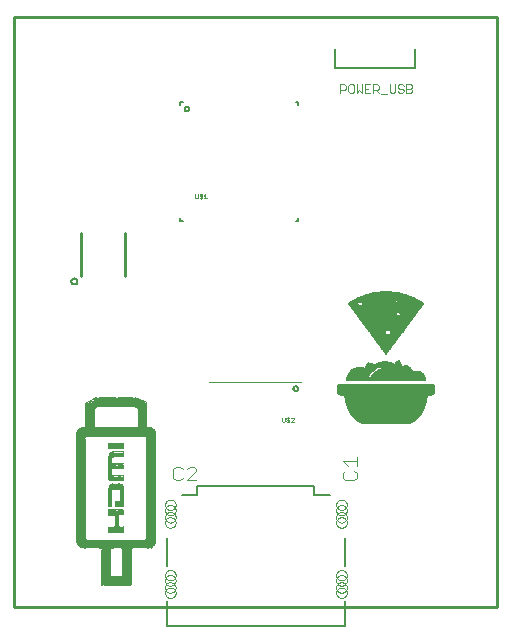
<source format=gto>
G75*
%MOIN*%
%OFA0B0*%
%FSLAX24Y24*%
%IPPOS*%
%LPD*%
%AMOC8*
5,1,8,0,0,1.08239X$1,22.5*
%
%ADD10C,0.0100*%
%ADD11R,0.0010X0.0080*%
%ADD12R,0.0010X0.0020*%
%ADD13R,0.0010X0.0050*%
%ADD14R,0.0010X0.0010*%
%ADD15R,0.0010X0.0030*%
%ADD16R,0.0010X0.3470*%
%ADD17R,0.0010X0.0040*%
%ADD18R,0.0010X0.3440*%
%ADD19R,0.0010X0.0070*%
%ADD20R,0.0010X0.0060*%
%ADD21R,0.0010X0.3570*%
%ADD22R,0.0010X0.3770*%
%ADD23R,0.0010X0.3790*%
%ADD24R,0.0010X0.3780*%
%ADD25R,0.0010X0.3760*%
%ADD26R,0.0010X0.3920*%
%ADD27R,0.0010X0.3970*%
%ADD28R,0.0010X0.3940*%
%ADD29R,0.0010X0.3930*%
%ADD30R,0.0010X0.3950*%
%ADD31R,0.0010X0.3980*%
%ADD32R,0.0010X0.3960*%
%ADD33R,0.0010X0.0300*%
%ADD34R,0.0010X0.3310*%
%ADD35R,0.0010X0.1120*%
%ADD36R,0.0010X0.0290*%
%ADD37R,0.0010X0.1130*%
%ADD38R,0.0010X0.1140*%
%ADD39R,0.0010X0.1160*%
%ADD40R,0.0010X0.1170*%
%ADD41R,0.0010X0.1200*%
%ADD42R,0.0010X0.1210*%
%ADD43R,0.0010X0.1220*%
%ADD44R,0.0010X0.1230*%
%ADD45R,0.0010X0.0320*%
%ADD46R,0.0010X0.0490*%
%ADD47R,0.0010X0.0260*%
%ADD48R,0.0010X0.0360*%
%ADD49R,0.0010X0.0510*%
%ADD50R,0.0010X0.0250*%
%ADD51R,0.0010X0.0170*%
%ADD52R,0.0010X0.0160*%
%ADD53R,0.0010X0.0280*%
%ADD54R,0.0010X0.0390*%
%ADD55R,0.0010X0.0240*%
%ADD56R,0.0010X0.0350*%
%ADD57R,0.0010X0.0270*%
%ADD58R,0.0010X0.0590*%
%ADD59R,0.0010X0.0330*%
%ADD60R,0.0010X0.0310*%
%ADD61R,0.0010X0.1520*%
%ADD62R,0.0010X0.0410*%
%ADD63R,0.0010X0.0090*%
%ADD64R,0.0010X0.0130*%
%ADD65R,0.0010X0.0450*%
%ADD66R,0.0010X0.0110*%
%ADD67R,0.0010X0.0100*%
%ADD68R,0.0010X0.0180*%
%ADD69R,0.0010X0.0660*%
%ADD70R,0.0010X0.0190*%
%ADD71R,0.0010X0.0670*%
%ADD72R,0.0010X0.0120*%
%ADD73R,0.0010X0.0340*%
%ADD74R,0.0010X0.0720*%
%ADD75R,0.0010X0.0680*%
%ADD76R,0.0010X0.0820*%
%ADD77R,0.0010X0.0740*%
%ADD78R,0.0010X0.0140*%
%ADD79R,0.0010X0.0200*%
%ADD80R,0.0010X0.0840*%
%ADD81R,0.0010X0.0800*%
%ADD82R,0.0010X0.0600*%
%ADD83R,0.0010X0.0830*%
%ADD84R,0.0010X0.0890*%
%ADD85R,0.0010X0.0580*%
%ADD86R,0.0010X0.0370*%
%ADD87R,0.0010X0.0610*%
%ADD88R,0.0010X0.0860*%
%ADD89R,0.0010X0.1270*%
%ADD90R,0.0010X0.1240*%
%ADD91R,0.0010X0.0640*%
%ADD92R,0.0010X0.3320*%
%ADD93R,0.0010X0.3290*%
%ADD94R,0.0010X0.3300*%
%ADD95R,0.0010X0.3810*%
%ADD96C,0.0080*%
%ADD97C,0.0020*%
%ADD98C,0.0050*%
%ADD99C,0.0060*%
%ADD100C,0.0079*%
%ADD101C,0.0000*%
%ADD102C,0.0035*%
%ADD103C,0.0040*%
%ADD104R,0.1455X0.0013*%
%ADD105R,0.1573X0.0013*%
%ADD106R,0.1665X0.0013*%
%ADD107R,0.1731X0.0013*%
%ADD108R,0.1796X0.0013*%
%ADD109R,0.1849X0.0013*%
%ADD110R,0.1888X0.0013*%
%ADD111R,0.1927X0.0013*%
%ADD112R,0.1967X0.0013*%
%ADD113R,0.2006X0.0013*%
%ADD114R,0.2045X0.0013*%
%ADD115R,0.2071X0.0013*%
%ADD116R,0.2098X0.0013*%
%ADD117R,0.2137X0.0013*%
%ADD118R,0.2150X0.0013*%
%ADD119R,0.2176X0.0013*%
%ADD120R,0.2203X0.0013*%
%ADD121R,0.2229X0.0013*%
%ADD122R,0.2242X0.0013*%
%ADD123R,0.2268X0.0013*%
%ADD124R,0.2281X0.0013*%
%ADD125R,0.2307X0.0013*%
%ADD126R,0.2321X0.0013*%
%ADD127R,0.2334X0.0013*%
%ADD128R,0.2360X0.0013*%
%ADD129R,0.2373X0.0013*%
%ADD130R,0.2386X0.0013*%
%ADD131R,0.2399X0.0013*%
%ADD132R,0.2412X0.0013*%
%ADD133R,0.2439X0.0013*%
%ADD134R,0.2452X0.0013*%
%ADD135R,0.2465X0.0013*%
%ADD136R,0.2478X0.0013*%
%ADD137R,0.2491X0.0013*%
%ADD138R,0.2504X0.0013*%
%ADD139R,0.2517X0.0013*%
%ADD140R,0.2530X0.0013*%
%ADD141R,0.2543X0.0013*%
%ADD142R,0.2556X0.0013*%
%ADD143R,0.2570X0.0013*%
%ADD144R,0.2583X0.0013*%
%ADD145R,0.2596X0.0013*%
%ADD146R,0.2609X0.0013*%
%ADD147R,0.2622X0.0013*%
%ADD148R,0.2635X0.0013*%
%ADD149R,0.2648X0.0013*%
%ADD150R,0.2661X0.0013*%
%ADD151R,0.2674X0.0013*%
%ADD152R,0.2688X0.0013*%
%ADD153R,0.2701X0.0013*%
%ADD154R,0.2714X0.0013*%
%ADD155R,0.2727X0.0013*%
%ADD156R,0.2740X0.0013*%
%ADD157R,0.2753X0.0013*%
%ADD158R,0.2766X0.0013*%
%ADD159R,0.2779X0.0013*%
%ADD160R,0.2792X0.0013*%
%ADD161R,0.2806X0.0013*%
%ADD162R,0.3081X0.0013*%
%ADD163R,0.3146X0.0013*%
%ADD164R,0.3186X0.0013*%
%ADD165R,0.3225X0.0013*%
%ADD166R,0.3251X0.0013*%
%ADD167R,0.3264X0.0013*%
%ADD168R,0.3278X0.0013*%
%ADD169R,0.3238X0.0013*%
%ADD170R,0.3199X0.0013*%
%ADD171R,0.3160X0.0013*%
%ADD172R,0.3107X0.0013*%
%ADD173R,0.0774X0.0013*%
%ADD174R,0.0760X0.0013*%
%ADD175R,0.1822X0.0013*%
%ADD176R,0.0747X0.0013*%
%ADD177R,0.0734X0.0013*%
%ADD178R,0.1783X0.0013*%
%ADD179R,0.1770X0.0013*%
%ADD180R,0.1757X0.0013*%
%ADD181R,0.1704X0.0013*%
%ADD182R,0.1678X0.0013*%
%ADD183R,0.1639X0.0013*%
%ADD184R,0.1613X0.0013*%
%ADD185R,0.1586X0.0013*%
%ADD186R,0.1560X0.0013*%
%ADD187R,0.1508X0.0013*%
%ADD188R,0.1232X0.0013*%
%ADD189R,0.0184X0.0013*%
%ADD190R,0.1193X0.0013*%
%ADD191R,0.1180X0.0013*%
%ADD192R,0.1141X0.0013*%
%ADD193R,0.1101X0.0013*%
%ADD194R,0.1075X0.0013*%
%ADD195R,0.1036X0.0013*%
%ADD196R,0.1023X0.0013*%
%ADD197R,0.1009X0.0013*%
%ADD198R,0.0249X0.0013*%
%ADD199R,0.0446X0.0013*%
%ADD200R,0.1495X0.0013*%
%ADD201R,0.1481X0.0013*%
%ADD202R,0.1468X0.0013*%
%ADD203R,0.1442X0.0013*%
%ADD204R,0.1206X0.0013*%
%ADD205R,0.0197X0.0013*%
%ADD206R,0.0118X0.0013*%
%ADD207R,0.0052X0.0013*%
%ADD208R,0.1154X0.0013*%
%ADD209R,0.0210X0.0013*%
%ADD210R,0.0616X0.0013*%
%ADD211R,0.0144X0.0013*%
%ADD212R,0.0564X0.0013*%
%ADD213R,0.0026X0.0013*%
%ADD214R,0.0498X0.0013*%
%ADD215R,0.0170X0.0013*%
%ADD216R,0.0420X0.0013*%
%ADD217R,0.0341X0.0013*%
%ADD218R,0.0105X0.0013*%
%ADD219R,0.0066X0.0013*%
%ADD220R,0.0039X0.0013*%
%ADD221R,0.0013X0.0013*%
%ADD222R,0.0092X0.0013*%
%ADD223R,0.0223X0.0013*%
%ADD224R,0.0275X0.0013*%
%ADD225R,0.0302X0.0013*%
%ADD226R,0.0328X0.0013*%
%ADD227R,0.0354X0.0013*%
%ADD228R,0.0367X0.0013*%
%ADD229R,0.0380X0.0013*%
%ADD230R,0.0406X0.0013*%
%ADD231R,0.0433X0.0013*%
%ADD232R,0.0459X0.0013*%
%ADD233R,0.0485X0.0013*%
%ADD234R,0.0511X0.0013*%
%ADD235R,0.0538X0.0013*%
%ADD236R,0.0590X0.0013*%
%ADD237R,0.0642X0.0013*%
%ADD238R,0.0669X0.0013*%
%ADD239R,0.0695X0.0013*%
%ADD240R,0.0721X0.0013*%
%ADD241R,0.0800X0.0013*%
%ADD242R,0.0813X0.0013*%
%ADD243R,0.0826X0.0013*%
%ADD244R,0.0852X0.0013*%
%ADD245R,0.0878X0.0013*%
%ADD246R,0.0891X0.0013*%
%ADD247R,0.0905X0.0013*%
%ADD248R,0.0931X0.0013*%
%ADD249R,0.0957X0.0013*%
%ADD250R,0.0970X0.0013*%
%ADD251R,0.0983X0.0013*%
%ADD252R,0.0551X0.0013*%
%ADD253R,0.0524X0.0013*%
%ADD254R,0.0472X0.0013*%
%ADD255R,0.0629X0.0013*%
%ADD256R,0.1219X0.0013*%
%ADD257R,0.1245X0.0013*%
%ADD258R,0.1259X0.0013*%
%ADD259R,0.1272X0.0013*%
%ADD260R,0.1298X0.0013*%
%ADD261R,0.1324X0.0013*%
%ADD262R,0.1337X0.0013*%
%ADD263R,0.1350X0.0013*%
%ADD264R,0.1377X0.0013*%
%ADD265R,0.1403X0.0013*%
%ADD266R,0.1416X0.0013*%
%ADD267R,0.1429X0.0013*%
%ADD268R,0.1534X0.0013*%
%ADD269R,0.1547X0.0013*%
%ADD270R,0.1626X0.0013*%
%ADD271R,0.1652X0.0013*%
%ADD272R,0.1691X0.0013*%
%ADD273R,0.1744X0.0013*%
%ADD274R,0.1809X0.0013*%
%ADD275R,0.1862X0.0013*%
%ADD276R,0.1901X0.0013*%
%ADD277R,0.1940X0.0013*%
%ADD278R,0.1363X0.0013*%
%ADD279R,0.0577X0.0013*%
%ADD280R,0.0603X0.0013*%
%ADD281R,0.2111X0.0013*%
%ADD282R,0.2189X0.0013*%
%ADD283R,0.2216X0.0013*%
%ADD284R,0.2255X0.0013*%
%ADD285R,0.2294X0.0013*%
%ADD286R,0.1521X0.0013*%
%ADD287R,0.0839X0.0013*%
%ADD288R,0.2425X0.0013*%
%ADD289R,0.0315X0.0013*%
%ADD290R,0.2085X0.0013*%
%ADD291R,0.0787X0.0013*%
%ADD292R,0.2163X0.0013*%
%ADD293R,0.2124X0.0013*%
%ADD294R,0.2019X0.0013*%
%ADD295R,0.1953X0.0013*%
%ADD296R,0.1717X0.0013*%
%ADD297R,0.1599X0.0013*%
%ADD298R,0.1114X0.0013*%
D10*
X004503Y002292D02*
X004503Y021967D01*
X020603Y021967D01*
X020603Y002292D01*
X004503Y002292D01*
X006748Y013332D02*
X006748Y014752D01*
X008208Y014752D02*
X008208Y013332D01*
D11*
X006953Y008807D03*
X006923Y008297D03*
X006623Y007207D03*
X006623Y006487D03*
X006643Y006487D03*
X006623Y006167D03*
X007783Y006967D03*
X007933Y006967D03*
X007943Y006967D03*
X007953Y006967D03*
X007963Y006967D03*
X007973Y006967D03*
X007983Y006967D03*
X007993Y006967D03*
X008003Y006967D03*
X008183Y006967D03*
X008183Y006567D03*
X008183Y005447D03*
X009263Y004487D03*
X008163Y003447D03*
X006623Y004487D03*
D12*
X006623Y004417D03*
X006723Y004337D03*
X006713Y004317D03*
X006793Y004267D03*
X006823Y004267D03*
X006833Y004267D03*
X006843Y004247D03*
X006853Y004247D03*
X006873Y004237D03*
X006883Y004247D03*
X006873Y004267D03*
X006863Y004267D03*
X006893Y004577D03*
X007393Y004237D03*
X007413Y004247D03*
X007783Y004267D03*
X007813Y004237D03*
X007823Y004237D03*
X007853Y004247D03*
X007863Y004247D03*
X007873Y004247D03*
X007883Y004247D03*
X007893Y004247D03*
X007903Y004247D03*
X007913Y004247D03*
X007923Y004247D03*
X008093Y004247D03*
X008103Y004237D03*
X008113Y004227D03*
X008153Y004247D03*
X008413Y004257D03*
X008433Y004267D03*
X008463Y004247D03*
X008983Y004247D03*
X008993Y004247D03*
X009013Y004237D03*
X009033Y004257D03*
X009063Y004267D03*
X009133Y004297D03*
X009153Y004277D03*
X009143Y004327D03*
X009163Y004347D03*
X009173Y004327D03*
X009193Y004347D03*
X009203Y004327D03*
X009213Y004367D03*
X009223Y004397D03*
X009213Y004417D03*
X009223Y004437D03*
X009243Y004427D03*
X008963Y004557D03*
X008163Y005347D03*
X008153Y005347D03*
X008143Y005347D03*
X008133Y005347D03*
X008123Y005347D03*
X008113Y005347D03*
X008103Y005347D03*
X008093Y005347D03*
X008083Y005347D03*
X008073Y005347D03*
X008063Y005347D03*
X008053Y005347D03*
X008043Y005347D03*
X008033Y005347D03*
X008023Y005347D03*
X008013Y005347D03*
X008013Y005377D03*
X008023Y005377D03*
X008033Y005377D03*
X008063Y005377D03*
X008073Y005377D03*
X008083Y005377D03*
X008093Y005377D03*
X008103Y005377D03*
X008113Y005377D03*
X008123Y005377D03*
X008133Y005377D03*
X008143Y005377D03*
X008153Y005377D03*
X008163Y005377D03*
X008173Y005357D03*
X008183Y005387D03*
X008183Y005507D03*
X007913Y005287D03*
X007753Y006247D03*
X007743Y006327D03*
X007733Y006347D03*
X007793Y006647D03*
X007783Y006657D03*
X007773Y006657D03*
X007823Y006657D03*
X007833Y006657D03*
X007933Y006657D03*
X007943Y006657D03*
X007953Y006657D03*
X007963Y006657D03*
X007973Y006657D03*
X007983Y006657D03*
X007993Y006657D03*
X008003Y006657D03*
X008173Y006657D03*
X008173Y006897D03*
X008163Y007027D03*
X008153Y007027D03*
X008143Y007027D03*
X008133Y007027D03*
X008123Y007027D03*
X008113Y007027D03*
X008103Y007027D03*
X008093Y007027D03*
X008083Y007027D03*
X008073Y007027D03*
X008063Y007027D03*
X008053Y007027D03*
X008043Y007027D03*
X008033Y007027D03*
X008023Y007027D03*
X008013Y007027D03*
X008003Y007027D03*
X007993Y007027D03*
X007983Y007027D03*
X007973Y007027D03*
X007963Y007027D03*
X007953Y007027D03*
X007943Y007027D03*
X007933Y007027D03*
X007923Y007027D03*
X007913Y007027D03*
X007903Y007027D03*
X007893Y007027D03*
X007883Y007027D03*
X007873Y007027D03*
X007863Y007027D03*
X007853Y007027D03*
X007783Y006857D03*
X008173Y007047D03*
X008173Y007297D03*
X008163Y007447D03*
X008153Y007447D03*
X008143Y007447D03*
X008133Y007447D03*
X008123Y007447D03*
X008113Y007447D03*
X008103Y007447D03*
X008093Y007447D03*
X008083Y007447D03*
X008073Y007447D03*
X008063Y007447D03*
X008053Y007447D03*
X008043Y007447D03*
X008033Y007447D03*
X008023Y007447D03*
X008013Y007447D03*
X008003Y007447D03*
X007993Y007447D03*
X007983Y007447D03*
X007973Y007447D03*
X007963Y007447D03*
X007953Y007447D03*
X007943Y007447D03*
X007933Y007447D03*
X007923Y007447D03*
X007913Y007447D03*
X007903Y007447D03*
X007893Y007447D03*
X007883Y007447D03*
X007873Y007447D03*
X007863Y007447D03*
X007853Y007447D03*
X007823Y007447D03*
X007753Y007377D03*
X007763Y007357D03*
X007753Y007347D03*
X007733Y007357D03*
X007723Y007377D03*
X007773Y007307D03*
X007793Y007297D03*
X007773Y007277D03*
X006913Y007917D03*
X006903Y007917D03*
X006893Y007927D03*
X006913Y007947D03*
X006913Y008227D03*
X006903Y008257D03*
X006853Y008257D03*
X006843Y008247D03*
X006833Y008247D03*
X006743Y008227D03*
X006713Y008197D03*
X006693Y008187D03*
X006703Y008167D03*
X006723Y008167D03*
X006643Y008077D03*
X006633Y008087D03*
X006613Y008057D03*
X006623Y007977D03*
X006933Y008297D03*
X006933Y008327D03*
X007223Y008887D03*
X007303Y008967D03*
X007323Y008987D03*
X007353Y008967D03*
X007363Y008957D03*
X007363Y008987D03*
X007193Y009197D03*
X007203Y009227D03*
X007153Y009197D03*
X007103Y009147D03*
X007103Y009117D03*
X007073Y009107D03*
X007053Y009117D03*
X007043Y009127D03*
X006963Y009037D03*
X006953Y009027D03*
X006933Y009037D03*
X006923Y009027D03*
X006943Y009057D03*
X008503Y008987D03*
X008513Y008987D03*
X008513Y008957D03*
X008563Y008977D03*
X008573Y008977D03*
X008583Y008977D03*
X008593Y008977D03*
X008603Y008967D03*
X008613Y008957D03*
X008593Y008937D03*
X008583Y008947D03*
X008613Y008927D03*
X008643Y008967D03*
X008623Y008987D03*
X008683Y008907D03*
X008713Y008897D03*
X008723Y008877D03*
X008703Y008867D03*
X008833Y009127D03*
X008843Y009127D03*
X008853Y009127D03*
X008813Y009137D03*
X008713Y009197D03*
X008693Y009187D03*
X008673Y009197D03*
X008653Y009187D03*
X008653Y009217D03*
X008693Y009217D03*
X008703Y008327D03*
X008723Y008307D03*
X008993Y008257D03*
X009003Y008257D03*
X009103Y008247D03*
X009123Y008227D03*
X009143Y008197D03*
X009143Y008167D03*
X009153Y008167D03*
X009183Y008157D03*
X009203Y008177D03*
X009213Y008147D03*
X009223Y008127D03*
X009243Y008087D03*
X009253Y008077D03*
X009263Y007977D03*
X008123Y006357D03*
X008133Y006347D03*
X008153Y006327D03*
X008173Y006307D03*
X008173Y006257D03*
X008193Y006237D03*
X008123Y006317D03*
X008103Y006307D03*
X008103Y006357D03*
X008093Y006367D03*
X008153Y003387D03*
D13*
X008163Y003372D03*
X007713Y004242D03*
X007483Y004232D03*
X006643Y004402D03*
X007703Y006242D03*
X007743Y006262D03*
X007753Y006302D03*
X008183Y006232D03*
X007783Y007062D03*
X007763Y007412D03*
X006933Y008242D03*
X006893Y008242D03*
X006613Y008012D03*
X007063Y009122D03*
X007223Y009202D03*
X007243Y009222D03*
X007253Y009242D03*
X009263Y008022D03*
D14*
X009263Y008062D03*
X009223Y008062D03*
X009223Y008092D03*
X009213Y008112D03*
X009233Y008112D03*
X009253Y008102D03*
X009173Y008142D03*
X009153Y008142D03*
X009133Y008192D03*
X009143Y008222D03*
X009153Y008222D03*
X009133Y008232D03*
X009093Y008242D03*
X009073Y008242D03*
X009073Y008222D03*
X009063Y008222D03*
X009053Y008262D03*
X009033Y008272D03*
X009023Y008272D03*
X009013Y008272D03*
X008973Y008272D03*
X008973Y008252D03*
X009183Y008192D03*
X009193Y008182D03*
X008683Y008352D03*
X008683Y008852D03*
X008683Y008882D03*
X008653Y008912D03*
X008633Y008922D03*
X008573Y008952D03*
X008563Y008942D03*
X008543Y008952D03*
X008543Y008972D03*
X008533Y008972D03*
X008543Y008992D03*
X008483Y008952D03*
X008473Y008952D03*
X008463Y008952D03*
X008453Y008952D03*
X008443Y008952D03*
X008433Y008952D03*
X008423Y008952D03*
X008413Y008952D03*
X008403Y008952D03*
X008393Y008952D03*
X008383Y008952D03*
X008373Y008952D03*
X008363Y008952D03*
X008353Y008952D03*
X008343Y008952D03*
X008333Y008952D03*
X008323Y008952D03*
X008313Y008952D03*
X008303Y008952D03*
X008293Y008952D03*
X008283Y008952D03*
X008273Y008952D03*
X008263Y008952D03*
X008253Y008952D03*
X008243Y008952D03*
X008233Y008952D03*
X008223Y008952D03*
X008213Y008952D03*
X008203Y008952D03*
X008193Y008952D03*
X008183Y008952D03*
X008173Y008952D03*
X008163Y008952D03*
X008153Y008952D03*
X008143Y008952D03*
X008133Y008952D03*
X008123Y008952D03*
X008113Y008952D03*
X008103Y008952D03*
X008093Y008952D03*
X008083Y008952D03*
X008073Y008952D03*
X008063Y008952D03*
X008053Y008952D03*
X008043Y008952D03*
X008033Y008952D03*
X008023Y008952D03*
X008013Y008952D03*
X008003Y008952D03*
X007993Y008952D03*
X007983Y008952D03*
X007973Y008952D03*
X007963Y008952D03*
X007953Y008952D03*
X007943Y008952D03*
X007933Y008952D03*
X007923Y008952D03*
X007913Y008952D03*
X007903Y008952D03*
X007893Y008952D03*
X007883Y008952D03*
X007873Y008952D03*
X007863Y008952D03*
X007853Y008952D03*
X007843Y008952D03*
X007833Y008952D03*
X007823Y008952D03*
X007813Y008952D03*
X007803Y008952D03*
X007793Y008952D03*
X007783Y008952D03*
X007773Y008952D03*
X007763Y008952D03*
X007753Y008952D03*
X007743Y008952D03*
X007733Y008952D03*
X007723Y008952D03*
X007713Y008952D03*
X007703Y008952D03*
X007693Y008952D03*
X007683Y008952D03*
X007673Y008952D03*
X007663Y008952D03*
X007653Y008952D03*
X007643Y008952D03*
X007633Y008952D03*
X007623Y008952D03*
X007613Y008952D03*
X007603Y008952D03*
X007593Y008952D03*
X007583Y008952D03*
X007573Y008952D03*
X007563Y008952D03*
X007553Y008952D03*
X007543Y008952D03*
X007533Y008952D03*
X007523Y008952D03*
X007513Y008952D03*
X007503Y008952D03*
X007493Y008952D03*
X007483Y008952D03*
X007473Y008952D03*
X007463Y008952D03*
X007453Y008952D03*
X007443Y008952D03*
X007433Y008952D03*
X007423Y008952D03*
X007413Y008952D03*
X007403Y008952D03*
X007393Y008952D03*
X007383Y008952D03*
X007373Y008952D03*
X007333Y008952D03*
X007323Y008952D03*
X007313Y008942D03*
X007303Y008942D03*
X007293Y008932D03*
X007293Y008962D03*
X007293Y008992D03*
X007243Y008902D03*
X007213Y008902D03*
X007113Y009112D03*
X007083Y009102D03*
X007083Y009132D03*
X007073Y009132D03*
X007073Y009152D03*
X007083Y009162D03*
X007093Y009162D03*
X007113Y009152D03*
X007113Y009172D03*
X007133Y009182D03*
X007143Y009192D03*
X007163Y009182D03*
X007173Y009182D03*
X007173Y009212D03*
X007243Y009262D03*
X007273Y009262D03*
X007283Y009262D03*
X007043Y009102D03*
X007023Y009112D03*
X006993Y009102D03*
X006963Y009082D03*
X006933Y009062D03*
X006923Y009052D03*
X006913Y009052D03*
X006943Y009022D03*
X006863Y008262D03*
X006863Y008222D03*
X006853Y008222D03*
X006843Y008222D03*
X006823Y008222D03*
X006803Y008242D03*
X006793Y008242D03*
X006783Y008252D03*
X006763Y008232D03*
X006733Y008232D03*
X006723Y008212D03*
X006713Y008222D03*
X006723Y008192D03*
X006683Y008182D03*
X006663Y008142D03*
X006643Y008112D03*
X006623Y008102D03*
X006623Y008072D03*
X006703Y008142D03*
X006713Y008142D03*
X006793Y008222D03*
X006813Y008262D03*
X007723Y007402D03*
X007733Y007392D03*
X007723Y007342D03*
X007783Y007432D03*
X007793Y007432D03*
X007803Y007432D03*
X007833Y007452D03*
X007843Y007302D03*
X007823Y007282D03*
X007773Y007072D03*
X007773Y007052D03*
X007793Y007062D03*
X007803Y007062D03*
X007803Y007032D03*
X007833Y007052D03*
X007843Y007052D03*
X007853Y007052D03*
X007863Y007052D03*
X007873Y007052D03*
X007883Y007052D03*
X007893Y007052D03*
X007903Y007052D03*
X007913Y007052D03*
X007923Y007052D03*
X007933Y007052D03*
X007943Y007052D03*
X007953Y007052D03*
X007963Y007052D03*
X007973Y007052D03*
X007983Y007052D03*
X007993Y007052D03*
X008003Y007052D03*
X008013Y007052D03*
X008023Y007052D03*
X008033Y007052D03*
X008043Y007052D03*
X008053Y007052D03*
X008063Y007052D03*
X008073Y007052D03*
X008083Y007052D03*
X008093Y007052D03*
X008103Y007052D03*
X008113Y007052D03*
X008123Y007052D03*
X008133Y007052D03*
X008143Y007052D03*
X008153Y007052D03*
X008163Y007052D03*
X008183Y006902D03*
X008003Y006892D03*
X007993Y006892D03*
X007983Y006892D03*
X007973Y006892D03*
X007963Y006892D03*
X007953Y006892D03*
X007943Y006892D03*
X007933Y006892D03*
X007933Y006912D03*
X007943Y006912D03*
X007953Y006912D03*
X007963Y006912D03*
X007973Y006912D03*
X007983Y006912D03*
X007993Y006912D03*
X008003Y006912D03*
X007843Y006892D03*
X007833Y006892D03*
X007823Y006892D03*
X007803Y006882D03*
X007793Y006892D03*
X007773Y006882D03*
X007773Y006862D03*
X007773Y006912D03*
X007793Y006672D03*
X007803Y006672D03*
X007823Y006632D03*
X007833Y006632D03*
X007843Y006632D03*
X007853Y006642D03*
X007863Y006642D03*
X007873Y006642D03*
X007883Y006642D03*
X007893Y006642D03*
X007903Y006642D03*
X007913Y006642D03*
X007923Y006642D03*
X007923Y006662D03*
X007913Y006662D03*
X007903Y006662D03*
X007893Y006662D03*
X007883Y006662D03*
X007873Y006662D03*
X007863Y006662D03*
X007853Y006662D03*
X007783Y006622D03*
X007773Y006622D03*
X008013Y006662D03*
X008023Y006662D03*
X008033Y006662D03*
X008043Y006662D03*
X008053Y006662D03*
X008063Y006662D03*
X008073Y006662D03*
X008083Y006662D03*
X008093Y006662D03*
X008103Y006662D03*
X008113Y006662D03*
X008123Y006662D03*
X008133Y006662D03*
X008143Y006662D03*
X008153Y006662D03*
X008163Y006662D03*
X008163Y006642D03*
X008153Y006642D03*
X008143Y006642D03*
X008133Y006642D03*
X008123Y006642D03*
X008113Y006642D03*
X008103Y006642D03*
X008093Y006642D03*
X008173Y006622D03*
X008113Y006372D03*
X008113Y006332D03*
X008103Y006332D03*
X008143Y006302D03*
X008173Y006282D03*
X008183Y006292D03*
X008153Y006352D03*
X008033Y006382D03*
X008023Y006382D03*
X008013Y006382D03*
X007823Y006382D03*
X007763Y006352D03*
X007753Y006342D03*
X007763Y006332D03*
X007743Y006352D03*
X007753Y006362D03*
X007723Y006332D03*
X007733Y006322D03*
X007723Y006312D03*
X007703Y006292D03*
X007723Y006282D03*
X007763Y006282D03*
X007763Y006302D03*
X007793Y006152D03*
X008173Y005722D03*
X008193Y005722D03*
X008193Y005632D03*
X008173Y005632D03*
X008163Y005512D03*
X008153Y005512D03*
X008143Y005512D03*
X008133Y005512D03*
X008123Y005512D03*
X008113Y005512D03*
X008103Y005512D03*
X008093Y005512D03*
X008083Y005512D03*
X008073Y005512D03*
X008063Y005512D03*
X008053Y005512D03*
X008043Y005512D03*
X008033Y005512D03*
X008023Y005512D03*
X008013Y005512D03*
X008003Y005512D03*
X007993Y005512D03*
X007983Y005512D03*
X007973Y005512D03*
X007963Y005512D03*
X007953Y005512D03*
X007943Y005512D03*
X007933Y005512D03*
X007923Y005512D03*
X007913Y005512D03*
X007903Y005512D03*
X007893Y005512D03*
X007883Y005512D03*
X007873Y005512D03*
X007863Y005512D03*
X007853Y005512D03*
X007843Y005512D03*
X007833Y005512D03*
X007823Y005512D03*
X007813Y005512D03*
X007803Y005512D03*
X007793Y005512D03*
X007783Y005512D03*
X007773Y005512D03*
X007763Y005512D03*
X007753Y005512D03*
X007743Y005512D03*
X007733Y005512D03*
X007723Y005512D03*
X007713Y005512D03*
X007703Y005512D03*
X007693Y005512D03*
X007923Y005282D03*
X007913Y005262D03*
X007923Y005002D03*
X007923Y004982D03*
X007923Y004962D03*
X007913Y004962D03*
X007913Y004942D03*
X007893Y004942D03*
X007873Y004942D03*
X008023Y004942D03*
X008063Y004942D03*
X008173Y004942D03*
X008183Y004932D03*
X008183Y004762D03*
X008113Y004262D03*
X008123Y004222D03*
X008153Y004222D03*
X008163Y004252D03*
X008413Y004222D03*
X008423Y004242D03*
X008453Y004232D03*
X008453Y004252D03*
X008453Y004272D03*
X008463Y004272D03*
X008473Y004272D03*
X008483Y004262D03*
X008473Y004242D03*
X008483Y004232D03*
X008973Y004232D03*
X008973Y004252D03*
X009003Y004242D03*
X009023Y004242D03*
X009043Y004252D03*
X009053Y004242D03*
X009053Y004272D03*
X009093Y004272D03*
X009093Y004252D03*
X009123Y004272D03*
X009133Y004272D03*
X009143Y004282D03*
X009143Y004302D03*
X009153Y004302D03*
X009153Y004332D03*
X009133Y004352D03*
X009183Y004332D03*
X009193Y004322D03*
X009183Y004312D03*
X009213Y004342D03*
X009203Y004352D03*
X009223Y004352D03*
X009223Y004372D03*
X009233Y004382D03*
X009213Y004392D03*
X009233Y004412D03*
X009243Y004402D03*
X009253Y004412D03*
X008953Y004542D03*
X008963Y004582D03*
X008183Y005352D03*
X007823Y004272D03*
X007833Y004252D03*
X007843Y004252D03*
X007843Y004232D03*
X007803Y004252D03*
X007793Y004272D03*
X007783Y004232D03*
X007773Y004222D03*
X007503Y004212D03*
X007443Y004222D03*
X007433Y004232D03*
X007423Y004232D03*
X007403Y004242D03*
X007423Y004262D03*
X007403Y004272D03*
X007393Y004272D03*
X007373Y004262D03*
X007373Y004232D03*
X006833Y004242D03*
X006783Y004252D03*
X006773Y004252D03*
X006753Y004262D03*
X006713Y004292D03*
X006703Y004302D03*
X006693Y004322D03*
X006663Y004342D03*
X006673Y004352D03*
X006713Y004352D03*
X006613Y004442D03*
X006893Y004542D03*
X006913Y004542D03*
X006913Y004562D03*
X006903Y004582D03*
X007713Y003402D03*
X008133Y003392D03*
X008133Y003372D03*
X008183Y007432D03*
X008173Y007442D03*
X008003Y008972D03*
X007993Y008972D03*
X007983Y008972D03*
X007973Y008972D03*
X007963Y008972D03*
X007953Y008972D03*
X007943Y008972D03*
X007933Y008972D03*
X008583Y009262D03*
X008593Y009262D03*
X008663Y009222D03*
X008673Y009222D03*
X008663Y009192D03*
X008723Y009182D03*
X008743Y009192D03*
X008753Y009192D03*
X008813Y009162D03*
X008833Y009152D03*
X008823Y009112D03*
X008813Y009112D03*
X008833Y009102D03*
X008843Y009102D03*
X008853Y009102D03*
X008913Y009112D03*
X008923Y009112D03*
X008933Y009102D03*
D15*
X008893Y009112D03*
X008823Y009142D03*
X008703Y009202D03*
X008553Y008962D03*
X008523Y008962D03*
X008643Y008932D03*
X008723Y008342D03*
X008983Y008262D03*
X009013Y008242D03*
X009023Y008242D03*
X009033Y008242D03*
X009063Y008252D03*
X009083Y008232D03*
X009163Y008192D03*
X009173Y008182D03*
X009133Y008152D03*
X009253Y008042D03*
X009233Y007982D03*
X008183Y007282D03*
X008183Y007042D03*
X007813Y007042D03*
X007813Y006902D03*
X007783Y006692D03*
X007803Y006632D03*
X008013Y006632D03*
X008023Y006632D03*
X008033Y006632D03*
X008043Y006632D03*
X008053Y006632D03*
X008063Y006632D03*
X008073Y006632D03*
X008083Y006632D03*
X008093Y006332D03*
X008133Y006312D03*
X008163Y006322D03*
X007763Y006242D03*
X007723Y006232D03*
X007703Y007362D03*
X006963Y008242D03*
X006923Y008232D03*
X006913Y008272D03*
X006963Y008302D03*
X006823Y008252D03*
X006813Y008232D03*
X006773Y008242D03*
X006673Y008172D03*
X006683Y008152D03*
X006643Y008042D03*
X006643Y007992D03*
X006953Y009062D03*
X007093Y009132D03*
X007123Y009122D03*
X007203Y009192D03*
X007183Y009212D03*
X007313Y008972D03*
X007343Y008972D03*
X006613Y004492D03*
X006633Y004432D03*
X006703Y004342D03*
X006723Y004282D03*
X006803Y004252D03*
X006813Y004252D03*
X007443Y004252D03*
X007453Y004242D03*
X007463Y004242D03*
X007753Y004242D03*
X007773Y004252D03*
X007793Y004242D03*
X008123Y004252D03*
X008413Y004192D03*
X008443Y004242D03*
X009073Y004252D03*
X009233Y004452D03*
X009253Y004452D03*
X009233Y004512D03*
X007753Y003382D03*
X007733Y003362D03*
D16*
X009253Y006242D03*
D17*
X008143Y006337D03*
X008183Y006637D03*
X007813Y006637D03*
X007693Y006237D03*
X007773Y006177D03*
X008173Y005677D03*
X009223Y004487D03*
X009243Y004487D03*
X009163Y004307D03*
X008143Y003357D03*
X007473Y004237D03*
X007783Y006897D03*
X007803Y007287D03*
X007833Y007287D03*
X008963Y007937D03*
X009233Y008067D03*
X008623Y008947D03*
X008633Y008977D03*
X007123Y009167D03*
X006943Y008337D03*
X006943Y008267D03*
X006883Y008257D03*
D18*
X006633Y006247D03*
X006613Y006247D03*
X009223Y006247D03*
X009243Y006247D03*
D19*
X007783Y007282D03*
X007743Y007392D03*
X007733Y006262D03*
X009243Y008022D03*
X007233Y009222D03*
D20*
X009213Y008057D03*
X009223Y008017D03*
X007713Y006287D03*
X008133Y004217D03*
X008433Y004197D03*
D21*
X009213Y006222D03*
D22*
X009203Y006252D03*
X009183Y006242D03*
X009173Y006242D03*
X006673Y006252D03*
X006663Y006242D03*
D23*
X006723Y006252D03*
X009193Y006262D03*
D24*
X009163Y006257D03*
X009153Y006237D03*
X009143Y006247D03*
X006653Y006247D03*
D25*
X006703Y006247D03*
X006713Y006247D03*
X009133Y006247D03*
D26*
X009123Y006247D03*
X009093Y006247D03*
X009063Y006247D03*
X006863Y006247D03*
X006823Y006247D03*
X006793Y006247D03*
D27*
X008973Y006252D03*
X008983Y006252D03*
X009003Y006252D03*
X009103Y006232D03*
X009113Y006262D03*
D28*
X009083Y006237D03*
X009033Y006247D03*
X006883Y006247D03*
X006873Y006257D03*
X006853Y006237D03*
X006843Y006237D03*
X006833Y006257D03*
X006803Y006247D03*
X006783Y006257D03*
X006773Y006247D03*
X006763Y006237D03*
D29*
X006743Y006242D03*
X006733Y006242D03*
X006813Y006242D03*
X009073Y006242D03*
D30*
X009053Y006262D03*
X008993Y006262D03*
X006753Y006252D03*
D31*
X009043Y006267D03*
D32*
X009023Y006237D03*
X009013Y006237D03*
D33*
X008963Y004387D03*
X008913Y004387D03*
X008903Y004387D03*
X006953Y004387D03*
X007373Y009117D03*
X007383Y009117D03*
X007393Y009117D03*
X007403Y009117D03*
X007413Y009117D03*
X007423Y009117D03*
X007433Y009117D03*
X007443Y009117D03*
X007453Y009117D03*
X007463Y009117D03*
X007473Y009117D03*
X007483Y009117D03*
X007493Y009117D03*
X007503Y009117D03*
X007513Y009117D03*
X007523Y009117D03*
X007533Y009117D03*
X007543Y009117D03*
X007553Y009117D03*
X007563Y009117D03*
X007573Y009117D03*
X007583Y009117D03*
X007593Y009117D03*
X007603Y009117D03*
X007613Y009117D03*
X007623Y009117D03*
X007633Y009117D03*
X007643Y009117D03*
X007653Y009117D03*
X007663Y009117D03*
X007673Y009117D03*
X007683Y009117D03*
X007693Y009117D03*
X007703Y009117D03*
X007713Y009117D03*
X007723Y009117D03*
X007733Y009117D03*
X007743Y009117D03*
X007753Y009117D03*
X007763Y009117D03*
X007773Y009117D03*
X007783Y009117D03*
X007793Y009117D03*
X007803Y009117D03*
X007813Y009117D03*
X007823Y009117D03*
X007833Y009117D03*
X007843Y009117D03*
X007853Y009117D03*
X007863Y009117D03*
X007873Y009117D03*
X007883Y009117D03*
X007893Y009117D03*
X007903Y009117D03*
X007913Y009117D03*
X007923Y009117D03*
X008013Y009117D03*
X008023Y009117D03*
X008033Y009117D03*
X008043Y009117D03*
X008053Y009117D03*
X008063Y009117D03*
X008073Y009117D03*
X008083Y009117D03*
X008093Y009117D03*
X008103Y009117D03*
X008113Y009117D03*
X008123Y009117D03*
X008133Y009117D03*
X008143Y009117D03*
X008153Y009117D03*
X008163Y009117D03*
X008173Y009117D03*
X008183Y009117D03*
X008193Y009117D03*
X008203Y009117D03*
X008213Y009117D03*
X008223Y009117D03*
X008233Y009117D03*
X008243Y009117D03*
X008253Y009117D03*
X008263Y009117D03*
X008273Y009117D03*
X008283Y009117D03*
X008293Y009117D03*
X008303Y009117D03*
X008313Y009117D03*
X008323Y009117D03*
X008333Y009117D03*
X008343Y009117D03*
X008353Y009117D03*
X008363Y009117D03*
X008373Y009117D03*
X008383Y009117D03*
X008393Y009117D03*
X008403Y009117D03*
X008413Y009117D03*
X008423Y009117D03*
X008433Y009117D03*
X008443Y009117D03*
X008453Y009117D03*
X008463Y009117D03*
X008473Y009117D03*
X008483Y009117D03*
D34*
X008963Y006252D03*
D35*
X008963Y008527D03*
X008933Y008527D03*
X008923Y008527D03*
X008893Y008527D03*
X008853Y008527D03*
X008843Y008527D03*
X008833Y008527D03*
X007083Y008527D03*
X007073Y008527D03*
X007063Y008527D03*
X007043Y008527D03*
X006993Y008527D03*
X006973Y008527D03*
X007733Y003967D03*
X008413Y003567D03*
D36*
X008493Y004382D03*
X008503Y004382D03*
X008513Y004382D03*
X008523Y004382D03*
X008533Y004382D03*
X008543Y004382D03*
X008553Y004382D03*
X008563Y004382D03*
X008573Y004382D03*
X008583Y004382D03*
X008593Y004382D03*
X008603Y004382D03*
X008613Y004382D03*
X008623Y004382D03*
X008633Y004382D03*
X008643Y004382D03*
X008653Y004382D03*
X008663Y004382D03*
X008673Y004382D03*
X008683Y004382D03*
X008693Y004382D03*
X008703Y004382D03*
X008713Y004382D03*
X008723Y004382D03*
X008733Y004382D03*
X008743Y004382D03*
X008753Y004382D03*
X008763Y004382D03*
X008773Y004382D03*
X008783Y004382D03*
X008793Y004382D03*
X008803Y004382D03*
X008813Y004382D03*
X008823Y004382D03*
X008833Y004382D03*
X008843Y004382D03*
X008853Y004382D03*
X008863Y004382D03*
X008873Y004382D03*
X008883Y004382D03*
X008893Y004382D03*
X008923Y004382D03*
X008933Y004382D03*
X008943Y004382D03*
X008953Y004382D03*
X008083Y004382D03*
X008073Y004382D03*
X008063Y004382D03*
X008053Y004382D03*
X008043Y004382D03*
X008033Y004382D03*
X008023Y004382D03*
X008013Y004382D03*
X008003Y004382D03*
X007993Y004382D03*
X007983Y004382D03*
X007973Y004382D03*
X007963Y004382D03*
X007953Y004382D03*
X007943Y004382D03*
X007933Y004382D03*
X007763Y004382D03*
X007513Y004382D03*
X007363Y004382D03*
X007353Y004382D03*
X007343Y004382D03*
X007333Y004382D03*
X007323Y004382D03*
X007313Y004382D03*
X007303Y004382D03*
X007293Y004382D03*
X007283Y004382D03*
X007273Y004382D03*
X007263Y004382D03*
X007253Y004382D03*
X007243Y004382D03*
X007233Y004382D03*
X007223Y004382D03*
X007213Y004382D03*
X007203Y004382D03*
X007193Y004382D03*
X007183Y004382D03*
X007173Y004382D03*
X007163Y004382D03*
X007153Y004382D03*
X007143Y004382D03*
X007133Y004382D03*
X007123Y004382D03*
X007113Y004382D03*
X007103Y004382D03*
X007093Y004382D03*
X007083Y004382D03*
X007073Y004382D03*
X007063Y004382D03*
X007053Y004382D03*
X007043Y004382D03*
X007033Y004382D03*
X007023Y004382D03*
X007013Y004382D03*
X007003Y004382D03*
X006993Y004382D03*
X006983Y004382D03*
X006973Y004382D03*
X006963Y004382D03*
X006943Y004382D03*
X006933Y004382D03*
X006913Y004382D03*
X006893Y004382D03*
X006903Y008092D03*
X007213Y009072D03*
X007333Y009122D03*
X008663Y009032D03*
D37*
X008813Y008532D03*
X008823Y008532D03*
X008883Y008532D03*
X008913Y008532D03*
X008953Y008532D03*
X007123Y008532D03*
X007113Y008532D03*
X007103Y008532D03*
X007093Y008532D03*
X007053Y008532D03*
X007023Y008532D03*
X006983Y008532D03*
D38*
X007003Y008537D03*
X007013Y008537D03*
X007033Y008537D03*
X008903Y008537D03*
X008943Y008537D03*
X008433Y003577D03*
D39*
X008873Y008547D03*
D40*
X008863Y008552D03*
D41*
X008803Y008567D03*
X008783Y008567D03*
X008763Y008567D03*
X007203Y008567D03*
X007173Y008567D03*
X007163Y008567D03*
X007133Y008567D03*
X007463Y003607D03*
X007473Y003607D03*
X008423Y003607D03*
D42*
X008743Y008572D03*
X008753Y008572D03*
X008793Y008572D03*
X007193Y008572D03*
X007183Y008572D03*
X007153Y008572D03*
X007143Y008572D03*
D43*
X008773Y008577D03*
X007513Y003617D03*
D44*
X008733Y008582D03*
D45*
X008723Y008127D03*
X008703Y008127D03*
X008673Y008127D03*
X008653Y008127D03*
X008643Y008127D03*
X008633Y008127D03*
X008623Y008127D03*
X008613Y008127D03*
X008603Y008127D03*
X008593Y008127D03*
X008583Y008127D03*
X008573Y008127D03*
X008563Y008127D03*
X008553Y008127D03*
X008543Y008127D03*
X008533Y008127D03*
X008523Y008127D03*
X008513Y008127D03*
X008503Y008127D03*
X008493Y008127D03*
X008483Y008127D03*
X008473Y008127D03*
X008463Y008127D03*
X008453Y008127D03*
X008443Y008127D03*
X008433Y008127D03*
X008423Y008127D03*
X008413Y008127D03*
X008403Y008127D03*
X008393Y008127D03*
X008383Y008127D03*
X008373Y008127D03*
X008363Y008127D03*
X008353Y008127D03*
X008343Y008127D03*
X008333Y008127D03*
X008323Y008127D03*
X008313Y008127D03*
X008303Y008127D03*
X008293Y008127D03*
X008283Y008127D03*
X008273Y008127D03*
X008263Y008127D03*
X008253Y008127D03*
X008243Y008127D03*
X008233Y008127D03*
X008223Y008127D03*
X008213Y008127D03*
X008203Y008127D03*
X008193Y008127D03*
X008183Y008127D03*
X008173Y008127D03*
X008163Y008127D03*
X008153Y008127D03*
X008143Y008127D03*
X008133Y008127D03*
X008123Y008127D03*
X008113Y008127D03*
X008103Y008127D03*
X008093Y008127D03*
X008083Y008127D03*
X008073Y008127D03*
X008063Y008127D03*
X008053Y008127D03*
X008043Y008127D03*
X008033Y008127D03*
X008023Y008127D03*
X008013Y008127D03*
X008003Y008127D03*
X007993Y008127D03*
X007983Y008127D03*
X007973Y008127D03*
X007963Y008127D03*
X007953Y008127D03*
X007943Y008127D03*
X007933Y008127D03*
X007923Y008127D03*
X007913Y008127D03*
X007903Y008127D03*
X007893Y008127D03*
X007883Y008127D03*
X007873Y008127D03*
X007863Y008127D03*
X007853Y008127D03*
X007843Y008127D03*
X007833Y008127D03*
X007823Y008127D03*
X007813Y008127D03*
X007803Y008127D03*
X007793Y008127D03*
X007783Y008127D03*
X007773Y008127D03*
X007763Y008127D03*
X007753Y008127D03*
X007743Y008127D03*
X007733Y008127D03*
X007723Y008127D03*
X007713Y008127D03*
X007703Y008127D03*
X007693Y008127D03*
X007683Y008127D03*
X007673Y008127D03*
X007663Y008127D03*
X007653Y008127D03*
X007643Y008127D03*
X007633Y008127D03*
X007623Y008127D03*
X007613Y008127D03*
X007603Y008127D03*
X007593Y008127D03*
X007583Y008127D03*
X007573Y008127D03*
X007563Y008127D03*
X007553Y008127D03*
X007543Y008127D03*
X007533Y008127D03*
X007523Y008127D03*
X007513Y008127D03*
X007503Y008127D03*
X007493Y008127D03*
X007483Y008127D03*
X007473Y008127D03*
X007463Y008127D03*
X007453Y008127D03*
X007443Y008127D03*
X007433Y008127D03*
X007423Y008127D03*
X007413Y008127D03*
X007403Y008127D03*
X007393Y008127D03*
X007383Y008127D03*
X007373Y008127D03*
X007363Y008127D03*
X007353Y008127D03*
X007343Y008127D03*
X007333Y008127D03*
X007323Y008127D03*
X007313Y008127D03*
X007303Y008127D03*
X007293Y008127D03*
X007283Y008127D03*
X007273Y008127D03*
X007263Y008127D03*
X007253Y008127D03*
X007243Y008127D03*
X007233Y008127D03*
X007223Y008127D03*
X007213Y008127D03*
X007283Y009087D03*
X007713Y003167D03*
X007733Y003167D03*
X007743Y003167D03*
X007763Y003167D03*
X007773Y003167D03*
X007783Y003167D03*
X007803Y003167D03*
X007823Y003167D03*
X007843Y003167D03*
X008103Y003167D03*
X008143Y003167D03*
X008163Y003167D03*
D46*
X007773Y005892D03*
X008723Y008612D03*
D47*
X008723Y009037D03*
X008573Y009127D03*
X008543Y009137D03*
X008513Y009137D03*
X008503Y009137D03*
X007363Y009137D03*
X007323Y009137D03*
X007293Y009137D03*
X007233Y009037D03*
X007223Y009037D03*
X006953Y008097D03*
X006943Y008097D03*
X006893Y008077D03*
X007473Y004397D03*
X007483Y004397D03*
X007803Y004397D03*
X007813Y004397D03*
X007833Y004397D03*
X007843Y004397D03*
X007853Y004397D03*
X007863Y004397D03*
X007873Y004397D03*
X007883Y004397D03*
X007893Y004397D03*
X007903Y004397D03*
X007913Y004397D03*
X007923Y004397D03*
X008163Y004397D03*
D48*
X008713Y008147D03*
D49*
X008713Y008602D03*
X008693Y008622D03*
D50*
X008673Y009052D03*
X008713Y009052D03*
X008643Y009122D03*
X008593Y009122D03*
X008583Y009122D03*
X008483Y004402D03*
X008443Y004402D03*
X008423Y004402D03*
X008413Y004402D03*
X008123Y004402D03*
X008093Y004402D03*
X007773Y004402D03*
X007753Y004402D03*
X007743Y004402D03*
X007463Y004402D03*
X007453Y004402D03*
X007443Y004402D03*
X007413Y004402D03*
D51*
X007873Y004842D03*
X007893Y004842D03*
X007913Y004842D03*
X008023Y004842D03*
X008053Y004842D03*
X008063Y004842D03*
X007913Y005412D03*
X007893Y005412D03*
X007883Y005412D03*
X007873Y005412D03*
X007863Y005412D03*
X007853Y005412D03*
X007843Y005412D03*
X007833Y005412D03*
X007823Y005412D03*
X007813Y005412D03*
X007803Y005412D03*
X007793Y005412D03*
X007783Y005412D03*
X007773Y005412D03*
X007763Y005412D03*
X007753Y005412D03*
X007743Y005412D03*
X007733Y005412D03*
X007723Y005412D03*
X007713Y005412D03*
X007703Y005412D03*
X007693Y005412D03*
X007923Y005722D03*
X008183Y005722D03*
X008073Y006292D03*
X008063Y006292D03*
X008053Y006292D03*
X008043Y006292D03*
X007843Y006292D03*
X007803Y006282D03*
X007793Y006292D03*
X007773Y006762D03*
X007793Y006772D03*
X007793Y007162D03*
X008183Y007642D03*
X008703Y008442D03*
D52*
X008703Y008687D03*
X008163Y007347D03*
X008153Y007347D03*
X008143Y007347D03*
X008133Y007347D03*
X008123Y007347D03*
X008113Y007347D03*
X008103Y007347D03*
X008093Y007347D03*
X008083Y007347D03*
X008073Y007347D03*
X008063Y007347D03*
X008053Y007347D03*
X008043Y007347D03*
X008033Y007347D03*
X008023Y007347D03*
X008013Y007347D03*
X008003Y007347D03*
X007993Y007347D03*
X007983Y007347D03*
X007973Y007347D03*
X007963Y007347D03*
X007953Y007347D03*
X007943Y007347D03*
X007933Y007347D03*
X007923Y007347D03*
X007913Y007347D03*
X007903Y007347D03*
X007893Y007347D03*
X007883Y007347D03*
X007873Y007347D03*
X007863Y007347D03*
X007853Y007347D03*
X007773Y007167D03*
X007773Y006287D03*
X007813Y006287D03*
X007823Y006287D03*
X008013Y006287D03*
X008023Y006287D03*
X008033Y006287D03*
X008083Y006287D03*
X008183Y006047D03*
X008173Y004847D03*
X006953Y008527D03*
X006923Y008687D03*
X006923Y008927D03*
D53*
X007253Y009057D03*
X007353Y009127D03*
X007933Y009127D03*
X007943Y009127D03*
X007953Y009127D03*
X007963Y009127D03*
X007973Y009127D03*
X007983Y009127D03*
X007993Y009127D03*
X008003Y009127D03*
X008533Y009127D03*
X008613Y009127D03*
X008703Y009027D03*
X007693Y004387D03*
X007503Y004387D03*
D54*
X007693Y003202D03*
X008693Y008162D03*
D55*
X008693Y009047D03*
X008653Y009047D03*
X008633Y009127D03*
X008623Y009127D03*
X007243Y009047D03*
X006963Y008087D03*
X006933Y008087D03*
X006923Y008087D03*
X006913Y008087D03*
X007373Y004407D03*
X007393Y004407D03*
X007403Y004407D03*
X007423Y004407D03*
X007523Y004407D03*
X007703Y004407D03*
X007713Y004407D03*
X007783Y004407D03*
X007793Y004407D03*
X007823Y004407D03*
X008113Y004407D03*
X008133Y004407D03*
X008153Y004407D03*
X008433Y004407D03*
X008453Y004407D03*
X008463Y004407D03*
X008473Y004407D03*
D56*
X008683Y008142D03*
D57*
X008683Y009062D03*
X008603Y009132D03*
X008563Y009132D03*
X008553Y009132D03*
X008523Y009132D03*
X007343Y009132D03*
X007313Y009132D03*
X007303Y009132D03*
X007913Y005112D03*
X008103Y004392D03*
X008143Y004392D03*
X007493Y004392D03*
X007433Y004392D03*
X007383Y004392D03*
D58*
X007743Y005922D03*
X007763Y005922D03*
X008673Y008592D03*
D59*
X008663Y008132D03*
X007273Y009082D03*
X007263Y009092D03*
X006903Y004402D03*
X007793Y003172D03*
X007813Y003172D03*
X007833Y003172D03*
X007853Y003172D03*
X007863Y003172D03*
X007873Y003172D03*
X007883Y003172D03*
X007893Y003172D03*
X007903Y003172D03*
X007913Y003172D03*
X007923Y003172D03*
X007933Y003172D03*
X007943Y003172D03*
X007953Y003172D03*
X007963Y003172D03*
X007973Y003172D03*
X007983Y003172D03*
X007993Y003172D03*
X008003Y003172D03*
X008013Y003172D03*
X008023Y003172D03*
X008033Y003172D03*
X008043Y003172D03*
X008053Y003172D03*
X008063Y003172D03*
X008073Y003172D03*
X008083Y003172D03*
X008093Y003172D03*
X008113Y003172D03*
X008123Y003172D03*
D60*
X007723Y004372D03*
X006923Y004392D03*
X008493Y009112D03*
D61*
X008403Y003767D03*
X008393Y003767D03*
X008383Y003767D03*
X008373Y003767D03*
X008363Y003767D03*
X008353Y003767D03*
X008343Y003767D03*
X008333Y003767D03*
X008323Y003767D03*
X008313Y003767D03*
X008303Y003767D03*
X008293Y003767D03*
X008283Y003767D03*
X008273Y003767D03*
X008263Y003767D03*
X008253Y003767D03*
X008243Y003767D03*
X008233Y003767D03*
X008223Y003767D03*
X008213Y003767D03*
X008203Y003767D03*
X008193Y003767D03*
X008183Y003767D03*
X008173Y003767D03*
X007683Y003767D03*
X007673Y003767D03*
X007663Y003767D03*
X007653Y003767D03*
X007643Y003767D03*
X007633Y003767D03*
X007623Y003767D03*
X007613Y003767D03*
X007603Y003767D03*
X007593Y003767D03*
X007583Y003767D03*
X007573Y003767D03*
X007563Y003767D03*
X007553Y003767D03*
X007543Y003767D03*
X007533Y003767D03*
D62*
X008193Y006012D03*
D63*
X008083Y005452D03*
X006643Y004482D03*
X007813Y006972D03*
X007803Y007372D03*
X007783Y007372D03*
X008183Y007362D03*
X006923Y008402D03*
X006633Y008022D03*
D64*
X007823Y007362D03*
X007793Y006982D03*
X007793Y006562D03*
X007853Y006562D03*
X007863Y006562D03*
X007873Y006562D03*
X007883Y006562D03*
X007893Y006562D03*
X007903Y006562D03*
X007913Y006562D03*
X007923Y006562D03*
X008093Y006562D03*
X008103Y006562D03*
X008113Y006562D03*
X008123Y006562D03*
X008133Y006562D03*
X008143Y006562D03*
X008153Y006562D03*
X008163Y006562D03*
X008173Y005442D03*
X008053Y005432D03*
X008043Y005432D03*
D65*
X008173Y006002D03*
D66*
X008173Y006552D03*
X008083Y006552D03*
X008073Y006552D03*
X008063Y006552D03*
X008053Y006552D03*
X008043Y006552D03*
X008033Y006552D03*
X008023Y006552D03*
X008013Y006552D03*
X007843Y006552D03*
X007813Y006552D03*
X007803Y006552D03*
X007783Y006552D03*
X007773Y006552D03*
X007823Y006962D03*
X007773Y006982D03*
X008173Y006972D03*
X007773Y007382D03*
X006953Y008302D03*
D67*
X007793Y007367D03*
X008173Y007367D03*
X007833Y006977D03*
X007803Y006967D03*
X008013Y005447D03*
X008023Y005447D03*
X008033Y005447D03*
X008063Y005447D03*
X008073Y005447D03*
X008093Y005447D03*
X008103Y005447D03*
X008113Y005447D03*
X008123Y005447D03*
X008133Y005447D03*
X008143Y005447D03*
X008153Y005447D03*
X008163Y005447D03*
X007923Y005217D03*
D68*
X007903Y005407D03*
X007913Y005717D03*
X007933Y005717D03*
X007943Y005717D03*
X007953Y005717D03*
X007963Y005717D03*
X007973Y005717D03*
X007983Y005717D03*
X007993Y005717D03*
X008003Y005717D03*
X008013Y005717D03*
X008023Y005717D03*
X008033Y005717D03*
X008043Y005717D03*
X008053Y005717D03*
X008063Y005717D03*
X008073Y005717D03*
X008083Y005717D03*
X008003Y006297D03*
X007993Y006297D03*
X007983Y006297D03*
X007973Y006297D03*
X007963Y006297D03*
X007953Y006297D03*
X007943Y006297D03*
X007933Y006297D03*
X007923Y006297D03*
X007913Y006297D03*
X007903Y006297D03*
X007893Y006297D03*
X007883Y006297D03*
X007873Y006297D03*
X007863Y006297D03*
X007853Y006297D03*
X007833Y006297D03*
X007833Y007647D03*
X007823Y007647D03*
X007813Y007647D03*
X007803Y007647D03*
X007793Y007647D03*
X007783Y007647D03*
X007773Y007647D03*
X007763Y007647D03*
X007753Y007647D03*
X007743Y007647D03*
X007733Y007647D03*
X007723Y007647D03*
X007713Y007647D03*
X007703Y007647D03*
X007693Y007647D03*
X007843Y007647D03*
X007853Y007647D03*
X007863Y007647D03*
X007873Y007647D03*
X007883Y007647D03*
X007893Y007647D03*
X007903Y007647D03*
X007913Y007647D03*
X007923Y007647D03*
X007933Y007647D03*
X007943Y007647D03*
X007953Y007647D03*
X007963Y007647D03*
X007973Y007647D03*
X007983Y007647D03*
X007993Y007647D03*
X008003Y007647D03*
X008013Y007647D03*
X008023Y007647D03*
X008033Y007647D03*
X008043Y007647D03*
X008053Y007647D03*
X008063Y007647D03*
X008073Y007647D03*
X008083Y007647D03*
X008093Y007647D03*
X008103Y007647D03*
X008113Y007647D03*
X008123Y007647D03*
X008133Y007647D03*
X008143Y007647D03*
X008153Y007647D03*
X008163Y007647D03*
X008173Y007647D03*
X008083Y004847D03*
X008073Y004847D03*
X008013Y004847D03*
X007863Y004847D03*
X007843Y004847D03*
X007833Y004847D03*
X007823Y004847D03*
X007813Y004847D03*
X007803Y004847D03*
X007793Y004847D03*
X007783Y004847D03*
X007773Y004847D03*
X007763Y004847D03*
X007753Y004847D03*
X007743Y004847D03*
X007733Y004847D03*
X007723Y004847D03*
X007713Y004847D03*
X007703Y004847D03*
X007693Y004847D03*
D69*
X008103Y005957D03*
X008133Y005957D03*
X008143Y005957D03*
X008163Y003897D03*
X006963Y008687D03*
D70*
X007853Y004852D03*
X007883Y004852D03*
X007903Y004852D03*
X007923Y004852D03*
X008033Y004852D03*
X008043Y004852D03*
X008093Y004852D03*
X008103Y004852D03*
X008113Y004852D03*
X008123Y004852D03*
X008133Y004852D03*
X008143Y004852D03*
X008153Y004852D03*
X008163Y004852D03*
D71*
X008163Y005962D03*
X008123Y005962D03*
X008093Y005962D03*
X006933Y008682D03*
D72*
X007833Y007377D03*
X007843Y007377D03*
X007843Y006967D03*
X007853Y006947D03*
X007863Y006947D03*
X007873Y006947D03*
X007883Y006947D03*
X007893Y006947D03*
X007903Y006947D03*
X007913Y006947D03*
X007923Y006947D03*
X008013Y006947D03*
X008023Y006947D03*
X008033Y006947D03*
X008043Y006947D03*
X008053Y006947D03*
X008063Y006947D03*
X008073Y006947D03*
X008083Y006947D03*
X008093Y006947D03*
X008103Y006947D03*
X008113Y006947D03*
X008123Y006947D03*
X008133Y006947D03*
X008143Y006947D03*
X008153Y006947D03*
X008163Y006947D03*
X007833Y006557D03*
X007823Y006557D03*
D73*
X007753Y003177D03*
X008133Y003177D03*
X008153Y003177D03*
D74*
X008153Y003767D03*
X008133Y003767D03*
X006913Y008667D03*
D75*
X008113Y005967D03*
X008153Y005967D03*
D76*
X008143Y003807D03*
X007723Y003797D03*
X007693Y003817D03*
D77*
X007933Y005127D03*
X007943Y005127D03*
X007953Y005127D03*
X007963Y005127D03*
X007973Y005127D03*
X007983Y005127D03*
X007993Y005127D03*
X008003Y005127D03*
X007783Y005997D03*
D78*
X007933Y006567D03*
X007943Y006567D03*
X007953Y006567D03*
X007963Y006567D03*
X007973Y006567D03*
X007983Y006567D03*
X007993Y006567D03*
X008003Y006567D03*
X007813Y007347D03*
D79*
X007923Y005397D03*
D80*
X007763Y006917D03*
X007743Y006917D03*
D81*
X007753Y003807D03*
D82*
X007753Y005927D03*
D83*
X007753Y006912D03*
X007733Y006912D03*
X007723Y006912D03*
X007703Y006912D03*
X007693Y006912D03*
D84*
X007743Y003802D03*
D85*
X007733Y005917D03*
X007723Y005917D03*
X007703Y005917D03*
X007693Y005917D03*
D86*
X007723Y003192D03*
D87*
X007713Y005932D03*
D88*
X007713Y006927D03*
D89*
X007703Y003642D03*
X007523Y003642D03*
D90*
X007493Y003627D03*
D91*
X006943Y008687D03*
D92*
X006913Y006237D03*
D93*
X006903Y006242D03*
D94*
X006893Y006247D03*
D95*
X006693Y006262D03*
X006683Y006222D03*
D96*
X013829Y009574D02*
X013831Y009592D01*
X013837Y009608D01*
X013846Y009623D01*
X013859Y009636D01*
X013874Y009645D01*
X013890Y009651D01*
X013908Y009653D01*
X013926Y009651D01*
X013942Y009645D01*
X013957Y009636D01*
X013970Y009623D01*
X013979Y009608D01*
X013985Y009592D01*
X013987Y009574D01*
X013985Y009556D01*
X013979Y009540D01*
X013970Y009525D01*
X013957Y009512D01*
X013942Y009503D01*
X013926Y009497D01*
X013908Y009495D01*
X013890Y009497D01*
X013874Y009503D01*
X013859Y009512D01*
X013846Y009525D01*
X013837Y009540D01*
X013831Y009556D01*
X013829Y009574D01*
X013918Y015174D02*
X013997Y015174D01*
X013997Y015252D01*
X013997Y019032D02*
X013997Y019111D01*
X013918Y019111D01*
X015215Y020260D02*
X017892Y020260D01*
X017892Y020890D01*
X017892Y021913D02*
X015215Y021913D01*
X015215Y020890D02*
X015215Y020260D01*
X010200Y018894D02*
X010202Y018912D01*
X010208Y018928D01*
X010217Y018943D01*
X010230Y018956D01*
X010245Y018965D01*
X010261Y018971D01*
X010279Y018973D01*
X010297Y018971D01*
X010313Y018965D01*
X010328Y018956D01*
X010341Y018943D01*
X010350Y018928D01*
X010356Y018912D01*
X010358Y018894D01*
X010356Y018876D01*
X010350Y018860D01*
X010341Y018845D01*
X010328Y018832D01*
X010313Y018823D01*
X010297Y018817D01*
X010279Y018815D01*
X010261Y018817D01*
X010245Y018823D01*
X010230Y018832D01*
X010217Y018845D01*
X010208Y018860D01*
X010202Y018876D01*
X010200Y018894D01*
X010060Y019032D02*
X010060Y019111D01*
X010138Y019111D01*
X010060Y015252D02*
X010060Y015174D01*
X010138Y015174D01*
D97*
X010579Y015909D02*
X010626Y015909D01*
X010649Y015932D01*
X010649Y016049D01*
X010703Y016026D02*
X010726Y016049D01*
X010773Y016049D01*
X010796Y016026D01*
X010773Y015979D02*
X010726Y015979D01*
X010703Y016002D01*
X010703Y016026D01*
X010749Y016073D02*
X010749Y015886D01*
X010726Y015909D02*
X010773Y015909D01*
X010796Y015932D01*
X010796Y015956D01*
X010773Y015979D01*
X010850Y016002D02*
X010897Y016049D01*
X010897Y015909D01*
X010850Y015909D02*
X010944Y015909D01*
X010726Y015909D02*
X010703Y015932D01*
X010579Y015909D02*
X010555Y015932D01*
X010555Y016049D01*
X015382Y019429D02*
X015382Y019710D01*
X015522Y019710D01*
X015569Y019663D01*
X015569Y019570D01*
X015522Y019523D01*
X015382Y019523D01*
X015658Y019476D02*
X015705Y019429D01*
X015798Y019429D01*
X015845Y019476D01*
X015845Y019663D01*
X015798Y019710D01*
X015705Y019710D01*
X015658Y019663D01*
X015658Y019476D01*
X015934Y019429D02*
X016028Y019523D01*
X016121Y019429D01*
X016121Y019710D01*
X016211Y019710D02*
X016211Y019429D01*
X016397Y019429D01*
X016487Y019429D02*
X016487Y019710D01*
X016627Y019710D01*
X016674Y019663D01*
X016674Y019570D01*
X016627Y019523D01*
X016487Y019523D01*
X016580Y019523D02*
X016674Y019429D01*
X016763Y019383D02*
X016950Y019383D01*
X017039Y019476D02*
X017039Y019710D01*
X017226Y019710D02*
X017226Y019476D01*
X017179Y019429D01*
X017086Y019429D01*
X017039Y019476D01*
X017316Y019476D02*
X017362Y019429D01*
X017456Y019429D01*
X017502Y019476D01*
X017502Y019523D01*
X017456Y019570D01*
X017362Y019570D01*
X017316Y019616D01*
X017316Y019663D01*
X017362Y019710D01*
X017456Y019710D01*
X017502Y019663D01*
X017592Y019710D02*
X017732Y019710D01*
X017779Y019663D01*
X017779Y019616D01*
X017732Y019570D01*
X017592Y019570D01*
X017592Y019710D02*
X017592Y019429D01*
X017732Y019429D01*
X017779Y019476D01*
X017779Y019523D01*
X017732Y019570D01*
X016397Y019710D02*
X016211Y019710D01*
X016211Y019570D02*
X016304Y019570D01*
X015934Y019710D02*
X015934Y019429D01*
X013811Y008606D02*
X013764Y008606D01*
X013741Y008583D01*
X013687Y008583D02*
X013664Y008606D01*
X013617Y008606D01*
X013594Y008583D01*
X013594Y008560D01*
X013617Y008536D01*
X013664Y008536D01*
X013687Y008513D01*
X013687Y008490D01*
X013664Y008466D01*
X013617Y008466D01*
X013594Y008490D01*
X013540Y008490D02*
X013540Y008606D01*
X013446Y008606D02*
X013446Y008490D01*
X013470Y008466D01*
X013516Y008466D01*
X013540Y008490D01*
X013640Y008443D02*
X013640Y008630D01*
X013811Y008606D02*
X013834Y008583D01*
X013834Y008560D01*
X013741Y008466D01*
X013834Y008466D01*
D98*
X020645Y021935D02*
X004503Y021935D01*
D99*
X006428Y013142D02*
X006430Y013162D01*
X006436Y013180D01*
X006445Y013198D01*
X006457Y013213D01*
X006472Y013225D01*
X006490Y013234D01*
X006508Y013240D01*
X006528Y013242D01*
X006548Y013240D01*
X006566Y013234D01*
X006584Y013225D01*
X006599Y013213D01*
X006611Y013198D01*
X006620Y013180D01*
X006626Y013162D01*
X006628Y013142D01*
X006626Y013122D01*
X006620Y013104D01*
X006611Y013086D01*
X006599Y013071D01*
X006584Y013059D01*
X006566Y013050D01*
X006548Y013044D01*
X006528Y013042D01*
X006508Y013044D01*
X006490Y013050D01*
X006472Y013059D01*
X006457Y013071D01*
X006445Y013086D01*
X006436Y013104D01*
X006430Y013122D01*
X006428Y013142D01*
D100*
X010629Y006327D02*
X014527Y006327D01*
X014527Y006032D01*
X015058Y006032D01*
X015531Y004595D02*
X015531Y003650D01*
X015531Y002489D02*
X015531Y001642D01*
X009625Y001642D01*
X009625Y002489D01*
X009625Y003650D02*
X009625Y004595D01*
X010098Y006032D02*
X010629Y006032D01*
X010629Y006327D01*
D101*
X009547Y005697D02*
X009549Y005723D01*
X009555Y005749D01*
X009565Y005774D01*
X009578Y005797D01*
X009594Y005817D01*
X009614Y005835D01*
X009636Y005850D01*
X009659Y005862D01*
X009685Y005870D01*
X009711Y005874D01*
X009737Y005874D01*
X009763Y005870D01*
X009789Y005862D01*
X009813Y005850D01*
X009834Y005835D01*
X009854Y005817D01*
X009870Y005797D01*
X009883Y005774D01*
X009893Y005749D01*
X009899Y005723D01*
X009901Y005697D01*
X009899Y005671D01*
X009893Y005645D01*
X009883Y005620D01*
X009870Y005597D01*
X009854Y005577D01*
X009834Y005559D01*
X009812Y005544D01*
X009789Y005532D01*
X009763Y005524D01*
X009737Y005520D01*
X009711Y005520D01*
X009685Y005524D01*
X009659Y005532D01*
X009635Y005544D01*
X009614Y005559D01*
X009594Y005577D01*
X009578Y005597D01*
X009565Y005620D01*
X009555Y005645D01*
X009549Y005671D01*
X009547Y005697D01*
X009547Y005520D02*
X009549Y005546D01*
X009555Y005572D01*
X009565Y005597D01*
X009578Y005620D01*
X009594Y005640D01*
X009614Y005658D01*
X009636Y005673D01*
X009659Y005685D01*
X009685Y005693D01*
X009711Y005697D01*
X009737Y005697D01*
X009763Y005693D01*
X009789Y005685D01*
X009813Y005673D01*
X009834Y005658D01*
X009854Y005640D01*
X009870Y005620D01*
X009883Y005597D01*
X009893Y005572D01*
X009899Y005546D01*
X009901Y005520D01*
X009899Y005494D01*
X009893Y005468D01*
X009883Y005443D01*
X009870Y005420D01*
X009854Y005400D01*
X009834Y005382D01*
X009812Y005367D01*
X009789Y005355D01*
X009763Y005347D01*
X009737Y005343D01*
X009711Y005343D01*
X009685Y005347D01*
X009659Y005355D01*
X009635Y005367D01*
X009614Y005382D01*
X009594Y005400D01*
X009578Y005420D01*
X009565Y005443D01*
X009555Y005468D01*
X009549Y005494D01*
X009547Y005520D01*
X009547Y005284D02*
X009549Y005310D01*
X009555Y005336D01*
X009565Y005361D01*
X009578Y005384D01*
X009594Y005404D01*
X009614Y005422D01*
X009636Y005437D01*
X009659Y005449D01*
X009685Y005457D01*
X009711Y005461D01*
X009737Y005461D01*
X009763Y005457D01*
X009789Y005449D01*
X009813Y005437D01*
X009834Y005422D01*
X009854Y005404D01*
X009870Y005384D01*
X009883Y005361D01*
X009893Y005336D01*
X009899Y005310D01*
X009901Y005284D01*
X009899Y005258D01*
X009893Y005232D01*
X009883Y005207D01*
X009870Y005184D01*
X009854Y005164D01*
X009834Y005146D01*
X009812Y005131D01*
X009789Y005119D01*
X009763Y005111D01*
X009737Y005107D01*
X009711Y005107D01*
X009685Y005111D01*
X009659Y005119D01*
X009635Y005131D01*
X009614Y005146D01*
X009594Y005164D01*
X009578Y005184D01*
X009565Y005207D01*
X009555Y005232D01*
X009549Y005258D01*
X009547Y005284D01*
X009547Y005107D02*
X009549Y005133D01*
X009555Y005159D01*
X009565Y005184D01*
X009578Y005207D01*
X009594Y005227D01*
X009614Y005245D01*
X009636Y005260D01*
X009659Y005272D01*
X009685Y005280D01*
X009711Y005284D01*
X009737Y005284D01*
X009763Y005280D01*
X009789Y005272D01*
X009813Y005260D01*
X009834Y005245D01*
X009854Y005227D01*
X009870Y005207D01*
X009883Y005184D01*
X009893Y005159D01*
X009899Y005133D01*
X009901Y005107D01*
X009899Y005081D01*
X009893Y005055D01*
X009883Y005030D01*
X009870Y005007D01*
X009854Y004987D01*
X009834Y004969D01*
X009812Y004954D01*
X009789Y004942D01*
X009763Y004934D01*
X009737Y004930D01*
X009711Y004930D01*
X009685Y004934D01*
X009659Y004942D01*
X009635Y004954D01*
X009614Y004969D01*
X009594Y004987D01*
X009578Y005007D01*
X009565Y005030D01*
X009555Y005055D01*
X009549Y005081D01*
X009547Y005107D01*
X009547Y003355D02*
X009549Y003381D01*
X009555Y003407D01*
X009565Y003432D01*
X009578Y003455D01*
X009594Y003475D01*
X009614Y003493D01*
X009636Y003508D01*
X009659Y003520D01*
X009685Y003528D01*
X009711Y003532D01*
X009737Y003532D01*
X009763Y003528D01*
X009789Y003520D01*
X009813Y003508D01*
X009834Y003493D01*
X009854Y003475D01*
X009870Y003455D01*
X009883Y003432D01*
X009893Y003407D01*
X009899Y003381D01*
X009901Y003355D01*
X009899Y003329D01*
X009893Y003303D01*
X009883Y003278D01*
X009870Y003255D01*
X009854Y003235D01*
X009834Y003217D01*
X009812Y003202D01*
X009789Y003190D01*
X009763Y003182D01*
X009737Y003178D01*
X009711Y003178D01*
X009685Y003182D01*
X009659Y003190D01*
X009635Y003202D01*
X009614Y003217D01*
X009594Y003235D01*
X009578Y003255D01*
X009565Y003278D01*
X009555Y003303D01*
X009549Y003329D01*
X009547Y003355D01*
X009547Y003178D02*
X009549Y003204D01*
X009555Y003230D01*
X009565Y003255D01*
X009578Y003278D01*
X009594Y003298D01*
X009614Y003316D01*
X009636Y003331D01*
X009659Y003343D01*
X009685Y003351D01*
X009711Y003355D01*
X009737Y003355D01*
X009763Y003351D01*
X009789Y003343D01*
X009813Y003331D01*
X009834Y003316D01*
X009854Y003298D01*
X009870Y003278D01*
X009883Y003255D01*
X009893Y003230D01*
X009899Y003204D01*
X009901Y003178D01*
X009899Y003152D01*
X009893Y003126D01*
X009883Y003101D01*
X009870Y003078D01*
X009854Y003058D01*
X009834Y003040D01*
X009812Y003025D01*
X009789Y003013D01*
X009763Y003005D01*
X009737Y003001D01*
X009711Y003001D01*
X009685Y003005D01*
X009659Y003013D01*
X009635Y003025D01*
X009614Y003040D01*
X009594Y003058D01*
X009578Y003078D01*
X009565Y003101D01*
X009555Y003126D01*
X009549Y003152D01*
X009547Y003178D01*
X009547Y002941D02*
X009549Y002967D01*
X009555Y002993D01*
X009565Y003018D01*
X009578Y003041D01*
X009594Y003061D01*
X009614Y003079D01*
X009636Y003094D01*
X009659Y003106D01*
X009685Y003114D01*
X009711Y003118D01*
X009737Y003118D01*
X009763Y003114D01*
X009789Y003106D01*
X009813Y003094D01*
X009834Y003079D01*
X009854Y003061D01*
X009870Y003041D01*
X009883Y003018D01*
X009893Y002993D01*
X009899Y002967D01*
X009901Y002941D01*
X009899Y002915D01*
X009893Y002889D01*
X009883Y002864D01*
X009870Y002841D01*
X009854Y002821D01*
X009834Y002803D01*
X009812Y002788D01*
X009789Y002776D01*
X009763Y002768D01*
X009737Y002764D01*
X009711Y002764D01*
X009685Y002768D01*
X009659Y002776D01*
X009635Y002788D01*
X009614Y002803D01*
X009594Y002821D01*
X009578Y002841D01*
X009565Y002864D01*
X009555Y002889D01*
X009549Y002915D01*
X009547Y002941D01*
X009547Y002764D02*
X009549Y002790D01*
X009555Y002816D01*
X009565Y002841D01*
X009578Y002864D01*
X009594Y002884D01*
X009614Y002902D01*
X009636Y002917D01*
X009659Y002929D01*
X009685Y002937D01*
X009711Y002941D01*
X009737Y002941D01*
X009763Y002937D01*
X009789Y002929D01*
X009813Y002917D01*
X009834Y002902D01*
X009854Y002884D01*
X009870Y002864D01*
X009883Y002841D01*
X009893Y002816D01*
X009899Y002790D01*
X009901Y002764D01*
X009899Y002738D01*
X009893Y002712D01*
X009883Y002687D01*
X009870Y002664D01*
X009854Y002644D01*
X009834Y002626D01*
X009812Y002611D01*
X009789Y002599D01*
X009763Y002591D01*
X009737Y002587D01*
X009711Y002587D01*
X009685Y002591D01*
X009659Y002599D01*
X009635Y002611D01*
X009614Y002626D01*
X009594Y002644D01*
X009578Y002664D01*
X009565Y002687D01*
X009555Y002712D01*
X009549Y002738D01*
X009547Y002764D01*
X015255Y002764D02*
X015257Y002790D01*
X015263Y002816D01*
X015273Y002841D01*
X015286Y002864D01*
X015302Y002884D01*
X015322Y002902D01*
X015344Y002917D01*
X015367Y002929D01*
X015393Y002937D01*
X015419Y002941D01*
X015445Y002941D01*
X015471Y002937D01*
X015497Y002929D01*
X015521Y002917D01*
X015542Y002902D01*
X015562Y002884D01*
X015578Y002864D01*
X015591Y002841D01*
X015601Y002816D01*
X015607Y002790D01*
X015609Y002764D01*
X015607Y002738D01*
X015601Y002712D01*
X015591Y002687D01*
X015578Y002664D01*
X015562Y002644D01*
X015542Y002626D01*
X015520Y002611D01*
X015497Y002599D01*
X015471Y002591D01*
X015445Y002587D01*
X015419Y002587D01*
X015393Y002591D01*
X015367Y002599D01*
X015343Y002611D01*
X015322Y002626D01*
X015302Y002644D01*
X015286Y002664D01*
X015273Y002687D01*
X015263Y002712D01*
X015257Y002738D01*
X015255Y002764D01*
X015255Y002941D02*
X015257Y002967D01*
X015263Y002993D01*
X015273Y003018D01*
X015286Y003041D01*
X015302Y003061D01*
X015322Y003079D01*
X015344Y003094D01*
X015367Y003106D01*
X015393Y003114D01*
X015419Y003118D01*
X015445Y003118D01*
X015471Y003114D01*
X015497Y003106D01*
X015521Y003094D01*
X015542Y003079D01*
X015562Y003061D01*
X015578Y003041D01*
X015591Y003018D01*
X015601Y002993D01*
X015607Y002967D01*
X015609Y002941D01*
X015607Y002915D01*
X015601Y002889D01*
X015591Y002864D01*
X015578Y002841D01*
X015562Y002821D01*
X015542Y002803D01*
X015520Y002788D01*
X015497Y002776D01*
X015471Y002768D01*
X015445Y002764D01*
X015419Y002764D01*
X015393Y002768D01*
X015367Y002776D01*
X015343Y002788D01*
X015322Y002803D01*
X015302Y002821D01*
X015286Y002841D01*
X015273Y002864D01*
X015263Y002889D01*
X015257Y002915D01*
X015255Y002941D01*
X015255Y003178D02*
X015257Y003204D01*
X015263Y003230D01*
X015273Y003255D01*
X015286Y003278D01*
X015302Y003298D01*
X015322Y003316D01*
X015344Y003331D01*
X015367Y003343D01*
X015393Y003351D01*
X015419Y003355D01*
X015445Y003355D01*
X015471Y003351D01*
X015497Y003343D01*
X015521Y003331D01*
X015542Y003316D01*
X015562Y003298D01*
X015578Y003278D01*
X015591Y003255D01*
X015601Y003230D01*
X015607Y003204D01*
X015609Y003178D01*
X015607Y003152D01*
X015601Y003126D01*
X015591Y003101D01*
X015578Y003078D01*
X015562Y003058D01*
X015542Y003040D01*
X015520Y003025D01*
X015497Y003013D01*
X015471Y003005D01*
X015445Y003001D01*
X015419Y003001D01*
X015393Y003005D01*
X015367Y003013D01*
X015343Y003025D01*
X015322Y003040D01*
X015302Y003058D01*
X015286Y003078D01*
X015273Y003101D01*
X015263Y003126D01*
X015257Y003152D01*
X015255Y003178D01*
X015255Y003355D02*
X015257Y003381D01*
X015263Y003407D01*
X015273Y003432D01*
X015286Y003455D01*
X015302Y003475D01*
X015322Y003493D01*
X015344Y003508D01*
X015367Y003520D01*
X015393Y003528D01*
X015419Y003532D01*
X015445Y003532D01*
X015471Y003528D01*
X015497Y003520D01*
X015521Y003508D01*
X015542Y003493D01*
X015562Y003475D01*
X015578Y003455D01*
X015591Y003432D01*
X015601Y003407D01*
X015607Y003381D01*
X015609Y003355D01*
X015607Y003329D01*
X015601Y003303D01*
X015591Y003278D01*
X015578Y003255D01*
X015562Y003235D01*
X015542Y003217D01*
X015520Y003202D01*
X015497Y003190D01*
X015471Y003182D01*
X015445Y003178D01*
X015419Y003178D01*
X015393Y003182D01*
X015367Y003190D01*
X015343Y003202D01*
X015322Y003217D01*
X015302Y003235D01*
X015286Y003255D01*
X015273Y003278D01*
X015263Y003303D01*
X015257Y003329D01*
X015255Y003355D01*
X015255Y005107D02*
X015257Y005133D01*
X015263Y005159D01*
X015273Y005184D01*
X015286Y005207D01*
X015302Y005227D01*
X015322Y005245D01*
X015344Y005260D01*
X015367Y005272D01*
X015393Y005280D01*
X015419Y005284D01*
X015445Y005284D01*
X015471Y005280D01*
X015497Y005272D01*
X015521Y005260D01*
X015542Y005245D01*
X015562Y005227D01*
X015578Y005207D01*
X015591Y005184D01*
X015601Y005159D01*
X015607Y005133D01*
X015609Y005107D01*
X015607Y005081D01*
X015601Y005055D01*
X015591Y005030D01*
X015578Y005007D01*
X015562Y004987D01*
X015542Y004969D01*
X015520Y004954D01*
X015497Y004942D01*
X015471Y004934D01*
X015445Y004930D01*
X015419Y004930D01*
X015393Y004934D01*
X015367Y004942D01*
X015343Y004954D01*
X015322Y004969D01*
X015302Y004987D01*
X015286Y005007D01*
X015273Y005030D01*
X015263Y005055D01*
X015257Y005081D01*
X015255Y005107D01*
X015255Y005284D02*
X015257Y005310D01*
X015263Y005336D01*
X015273Y005361D01*
X015286Y005384D01*
X015302Y005404D01*
X015322Y005422D01*
X015344Y005437D01*
X015367Y005449D01*
X015393Y005457D01*
X015419Y005461D01*
X015445Y005461D01*
X015471Y005457D01*
X015497Y005449D01*
X015521Y005437D01*
X015542Y005422D01*
X015562Y005404D01*
X015578Y005384D01*
X015591Y005361D01*
X015601Y005336D01*
X015607Y005310D01*
X015609Y005284D01*
X015607Y005258D01*
X015601Y005232D01*
X015591Y005207D01*
X015578Y005184D01*
X015562Y005164D01*
X015542Y005146D01*
X015520Y005131D01*
X015497Y005119D01*
X015471Y005111D01*
X015445Y005107D01*
X015419Y005107D01*
X015393Y005111D01*
X015367Y005119D01*
X015343Y005131D01*
X015322Y005146D01*
X015302Y005164D01*
X015286Y005184D01*
X015273Y005207D01*
X015263Y005232D01*
X015257Y005258D01*
X015255Y005284D01*
X015255Y005520D02*
X015257Y005546D01*
X015263Y005572D01*
X015273Y005597D01*
X015286Y005620D01*
X015302Y005640D01*
X015322Y005658D01*
X015344Y005673D01*
X015367Y005685D01*
X015393Y005693D01*
X015419Y005697D01*
X015445Y005697D01*
X015471Y005693D01*
X015497Y005685D01*
X015521Y005673D01*
X015542Y005658D01*
X015562Y005640D01*
X015578Y005620D01*
X015591Y005597D01*
X015601Y005572D01*
X015607Y005546D01*
X015609Y005520D01*
X015607Y005494D01*
X015601Y005468D01*
X015591Y005443D01*
X015578Y005420D01*
X015562Y005400D01*
X015542Y005382D01*
X015520Y005367D01*
X015497Y005355D01*
X015471Y005347D01*
X015445Y005343D01*
X015419Y005343D01*
X015393Y005347D01*
X015367Y005355D01*
X015343Y005367D01*
X015322Y005382D01*
X015302Y005400D01*
X015286Y005420D01*
X015273Y005443D01*
X015263Y005468D01*
X015257Y005494D01*
X015255Y005520D01*
X015255Y005697D02*
X015257Y005723D01*
X015263Y005749D01*
X015273Y005774D01*
X015286Y005797D01*
X015302Y005817D01*
X015322Y005835D01*
X015344Y005850D01*
X015367Y005862D01*
X015393Y005870D01*
X015419Y005874D01*
X015445Y005874D01*
X015471Y005870D01*
X015497Y005862D01*
X015521Y005850D01*
X015542Y005835D01*
X015562Y005817D01*
X015578Y005797D01*
X015591Y005774D01*
X015601Y005749D01*
X015607Y005723D01*
X015609Y005697D01*
X015607Y005671D01*
X015601Y005645D01*
X015591Y005620D01*
X015578Y005597D01*
X015562Y005577D01*
X015542Y005559D01*
X015520Y005544D01*
X015497Y005532D01*
X015471Y005524D01*
X015445Y005520D01*
X015419Y005520D01*
X015393Y005524D01*
X015367Y005532D01*
X015343Y005544D01*
X015322Y005559D01*
X015302Y005577D01*
X015286Y005597D01*
X015273Y005620D01*
X015263Y005645D01*
X015257Y005671D01*
X015255Y005697D01*
D102*
X014089Y009790D02*
X011018Y009790D01*
D103*
X010518Y006973D02*
X010364Y006973D01*
X010288Y006896D01*
X010134Y006896D02*
X010058Y006973D01*
X009904Y006973D01*
X009827Y006896D01*
X009827Y006589D01*
X009904Y006512D01*
X010058Y006512D01*
X010134Y006589D01*
X010288Y006512D02*
X010595Y006819D01*
X010595Y006896D01*
X010518Y006973D01*
X010595Y006512D02*
X010288Y006512D01*
X015478Y006608D02*
X015554Y006531D01*
X015861Y006531D01*
X015938Y006608D01*
X015938Y006762D01*
X015861Y006838D01*
X015938Y006992D02*
X015938Y007299D01*
X015938Y007145D02*
X015478Y007145D01*
X015631Y006992D01*
X015554Y006838D02*
X015478Y006762D01*
X015478Y006608D01*
D104*
X016917Y008380D03*
X016917Y011658D03*
X016917Y012667D03*
D105*
X016923Y011737D03*
X016910Y008393D03*
D106*
X016917Y008407D03*
X016917Y011802D03*
X016917Y012628D03*
D107*
X016923Y011841D03*
X017317Y010019D03*
X016910Y008420D03*
D108*
X016917Y008433D03*
X017323Y009967D03*
X016917Y012602D03*
D109*
X016917Y012589D03*
X016917Y011920D03*
X017310Y009927D03*
X016917Y008446D03*
D110*
X016910Y008459D03*
X016923Y011946D03*
D111*
X016917Y011973D03*
X016917Y008472D03*
D112*
X016910Y008485D03*
D113*
X016917Y008498D03*
D114*
X016910Y008511D03*
D115*
X016910Y008525D03*
X017107Y012327D03*
X017120Y012340D03*
X017133Y012353D03*
X017133Y012366D03*
X016923Y012536D03*
D116*
X017120Y012418D03*
X017133Y012405D03*
X017146Y012392D03*
X016923Y012091D03*
X016910Y008538D03*
D117*
X016917Y008551D03*
X016917Y012117D03*
D118*
X016923Y012130D03*
X016910Y008564D03*
D119*
X016910Y008577D03*
X016923Y012143D03*
D120*
X016910Y008590D03*
D121*
X016910Y008603D03*
X016923Y012182D03*
D122*
X016917Y008616D03*
D123*
X016917Y008629D03*
X016917Y012209D03*
X016917Y012484D03*
D124*
X016910Y008643D03*
D125*
X016910Y008656D03*
X016923Y012235D03*
D126*
X016917Y008669D03*
D127*
X016910Y008682D03*
X016923Y012248D03*
D128*
X016910Y008695D03*
D129*
X016917Y008708D03*
D130*
X016910Y008721D03*
D131*
X016917Y008734D03*
D132*
X016910Y008747D03*
D133*
X016910Y008761D03*
D134*
X016917Y008774D03*
D135*
X016910Y008787D03*
D136*
X016917Y008800D03*
D137*
X016910Y008813D03*
D138*
X016917Y008826D03*
D139*
X016910Y008839D03*
X016910Y008852D03*
D140*
X016917Y008865D03*
D141*
X016910Y008879D03*
D142*
X016917Y008892D03*
D143*
X016910Y008905D03*
X016910Y008918D03*
D144*
X016917Y008931D03*
D145*
X016910Y008944D03*
D146*
X016917Y008957D03*
X016917Y008970D03*
D147*
X016910Y008983D03*
D148*
X016917Y008997D03*
X016917Y009010D03*
D149*
X016910Y009023D03*
X016910Y009036D03*
X016923Y009914D03*
D150*
X016917Y009901D03*
X016917Y009888D03*
X016917Y009049D03*
D151*
X016910Y009062D03*
X016910Y009075D03*
X016923Y009862D03*
X016923Y009875D03*
D152*
X016917Y009849D03*
X016917Y009836D03*
X016917Y009822D03*
X016917Y009809D03*
X016917Y009088D03*
D153*
X016910Y009101D03*
X016910Y009115D03*
D154*
X016917Y009128D03*
X016917Y009141D03*
D155*
X016910Y009154D03*
X016910Y009167D03*
D156*
X016917Y009180D03*
X016917Y009193D03*
D157*
X016910Y009206D03*
X016910Y009219D03*
X016910Y009233D03*
D158*
X016917Y009246D03*
X016917Y009259D03*
D159*
X016910Y009272D03*
X016910Y009285D03*
D160*
X016917Y009298D03*
X016917Y009311D03*
D161*
X016910Y009324D03*
D162*
X016917Y009337D03*
D163*
X016923Y009351D03*
D164*
X016917Y009364D03*
D165*
X016923Y009377D03*
X016923Y009390D03*
X016923Y009665D03*
D166*
X016923Y009639D03*
X016923Y009403D03*
D167*
X016917Y009416D03*
X016917Y009626D03*
D168*
X016923Y009613D03*
X016923Y009600D03*
X016923Y009587D03*
X016923Y009573D03*
X016923Y009560D03*
X016923Y009547D03*
X016923Y009534D03*
X016923Y009521D03*
X016923Y009508D03*
X016923Y009495D03*
X016923Y009482D03*
X016923Y009469D03*
X016923Y009455D03*
X016923Y009442D03*
X016923Y009429D03*
D169*
X016917Y009652D03*
D170*
X016923Y009678D03*
D171*
X016917Y009691D03*
D172*
X016917Y009705D03*
D173*
X016222Y010216D03*
X016196Y010203D03*
X016183Y010190D03*
X016157Y010176D03*
X016143Y010163D03*
X016130Y010150D03*
X016104Y010137D03*
X015986Y009927D03*
X016917Y011199D03*
D174*
X016255Y010229D03*
X016084Y010124D03*
X015980Y009940D03*
D175*
X017323Y009940D03*
X017323Y009954D03*
X016917Y011907D03*
D176*
X016917Y011186D03*
X016078Y010111D03*
X016065Y010098D03*
X016052Y010085D03*
X016039Y010072D03*
X016039Y010058D03*
X016025Y010045D03*
X016012Y010019D03*
X015999Y010006D03*
X015999Y009993D03*
X015986Y009967D03*
X015986Y009954D03*
D177*
X015993Y009980D03*
X016019Y010032D03*
X016923Y011173D03*
D178*
X016923Y011881D03*
X017317Y009980D03*
D179*
X017323Y009993D03*
X016917Y011868D03*
D180*
X017317Y010006D03*
D181*
X017317Y010032D03*
X016923Y011828D03*
D182*
X017330Y010045D03*
D183*
X017336Y010058D03*
D184*
X017323Y010072D03*
X016917Y011763D03*
D185*
X016917Y011750D03*
X017323Y010085D03*
D186*
X017323Y010098D03*
X016484Y012431D03*
D187*
X016497Y012458D03*
X016917Y011697D03*
X017336Y012261D03*
X017350Y012274D03*
X017323Y010111D03*
D188*
X017199Y010124D03*
D189*
X017946Y010124D03*
D190*
X017205Y010137D03*
D191*
X017212Y010150D03*
X016845Y010321D03*
X016845Y010334D03*
X016845Y010347D03*
D192*
X016851Y010373D03*
X017218Y010163D03*
D193*
X017225Y010176D03*
D194*
X017238Y010190D03*
D195*
X017245Y010203D03*
X017218Y010242D03*
X016917Y012733D03*
D196*
X017238Y010216D03*
D197*
X017232Y010229D03*
X016917Y011356D03*
D198*
X016917Y010845D03*
X016052Y010242D03*
D199*
X016438Y010242D03*
X017264Y011435D03*
X017264Y011448D03*
D200*
X016923Y011684D03*
X016517Y012471D03*
X016976Y010255D03*
D201*
X016969Y010268D03*
X016917Y011671D03*
D202*
X016963Y010281D03*
D203*
X016963Y010294D03*
D204*
X016845Y010308D03*
D205*
X017310Y010399D03*
X017572Y010308D03*
X016917Y010806D03*
D206*
X016917Y010753D03*
X017323Y010439D03*
X017586Y010321D03*
D207*
X017592Y010334D03*
D208*
X016845Y010360D03*
D209*
X016897Y010452D03*
X017304Y010386D03*
X016386Y010386D03*
D210*
X016864Y010386D03*
X016917Y011094D03*
D211*
X016917Y010780D03*
X016917Y010766D03*
X017323Y010426D03*
X016366Y010399D03*
D212*
X016864Y010399D03*
X016917Y011055D03*
X016628Y011448D03*
X017664Y012051D03*
D213*
X016347Y010412D03*
D214*
X016871Y010412D03*
D215*
X016917Y010793D03*
X017310Y010412D03*
D216*
X016884Y010426D03*
X017238Y011383D03*
X017238Y011396D03*
X017251Y011409D03*
D217*
X016884Y010439D03*
X015822Y012392D03*
X015848Y012418D03*
D218*
X017330Y010452D03*
D219*
X017336Y010465D03*
X016917Y010714D03*
X016917Y010727D03*
D220*
X016917Y010701D03*
X017336Y010478D03*
D221*
X016917Y010688D03*
D222*
X016917Y010740D03*
D223*
X016917Y010819D03*
X016917Y010832D03*
D224*
X016917Y010858D03*
D225*
X016917Y010871D03*
X016917Y010884D03*
D226*
X016917Y010898D03*
X015829Y012366D03*
X015829Y012379D03*
D227*
X015829Y012405D03*
X016917Y010911D03*
D228*
X016923Y010924D03*
D229*
X016917Y010937D03*
D230*
X016917Y010950D03*
D231*
X016917Y010963D03*
X016917Y010976D03*
X017218Y011370D03*
X017258Y011422D03*
X016917Y012785D03*
D232*
X016917Y010989D03*
D233*
X016917Y011002D03*
X017271Y011474D03*
D234*
X016917Y011029D03*
X016917Y011016D03*
D235*
X016917Y011042D03*
X016655Y011396D03*
X016642Y011409D03*
X017638Y012012D03*
X017651Y012025D03*
D236*
X016628Y011474D03*
X016628Y011461D03*
X016917Y011081D03*
X016917Y011068D03*
D237*
X016917Y011107D03*
X016917Y012772D03*
D238*
X016917Y011134D03*
X016917Y011120D03*
D239*
X016917Y011147D03*
D240*
X016917Y011160D03*
D241*
X016917Y011212D03*
X016143Y012274D03*
X017704Y012458D03*
D242*
X017710Y012445D03*
X016923Y011225D03*
X016150Y012261D03*
X016137Y012287D03*
D243*
X016917Y011238D03*
D244*
X016917Y011252D03*
X017717Y012431D03*
D245*
X016917Y011265D03*
D246*
X016923Y011278D03*
D247*
X016917Y011291D03*
X016917Y012746D03*
D248*
X016917Y011304D03*
D249*
X016917Y011317D03*
D250*
X016923Y011330D03*
D251*
X016917Y011343D03*
D252*
X016674Y011370D03*
X016635Y011422D03*
X016635Y011435D03*
X017631Y011999D03*
X017658Y012038D03*
D253*
X017264Y011487D03*
X016661Y011383D03*
D254*
X017264Y011461D03*
D255*
X016635Y011487D03*
D256*
X016917Y011501D03*
X016917Y012707D03*
D257*
X016917Y011514D03*
D258*
X016923Y011527D03*
D259*
X016917Y011540D03*
D260*
X016917Y011553D03*
X016917Y012694D03*
D261*
X016917Y011566D03*
D262*
X016923Y011579D03*
D263*
X016917Y011592D03*
X016602Y012025D03*
D264*
X016589Y012051D03*
X016917Y011605D03*
X016917Y012681D03*
D265*
X016589Y012064D03*
X016917Y011619D03*
D266*
X016923Y011632D03*
X016596Y012077D03*
D267*
X016917Y011645D03*
D268*
X016917Y011710D03*
X016484Y012445D03*
X016917Y012654D03*
D269*
X017356Y012300D03*
X016923Y011723D03*
D270*
X016923Y011776D03*
D271*
X016923Y011789D03*
D272*
X016917Y011815D03*
D273*
X016917Y011855D03*
D274*
X016923Y011894D03*
D275*
X016923Y011933D03*
D276*
X016917Y011959D03*
X016917Y012576D03*
D277*
X016923Y011986D03*
D278*
X016622Y011999D03*
X016609Y012012D03*
X016596Y012038D03*
D279*
X017658Y012064D03*
D280*
X017658Y012077D03*
D281*
X016917Y012104D03*
D282*
X016917Y012156D03*
D283*
X016917Y012169D03*
X016917Y012497D03*
D284*
X016923Y012195D03*
D285*
X016917Y012222D03*
D286*
X017356Y012287D03*
D287*
X016137Y012300D03*
D288*
X016917Y012313D03*
D289*
X015862Y012327D03*
X015848Y012340D03*
X015835Y012353D03*
D290*
X017140Y012379D03*
D291*
X016910Y012759D03*
X017684Y012471D03*
D292*
X016917Y012510D03*
D293*
X016923Y012523D03*
D294*
X016923Y012549D03*
D295*
X016917Y012563D03*
D296*
X016917Y012615D03*
D297*
X016923Y012641D03*
D298*
X016917Y012720D03*
M02*

</source>
